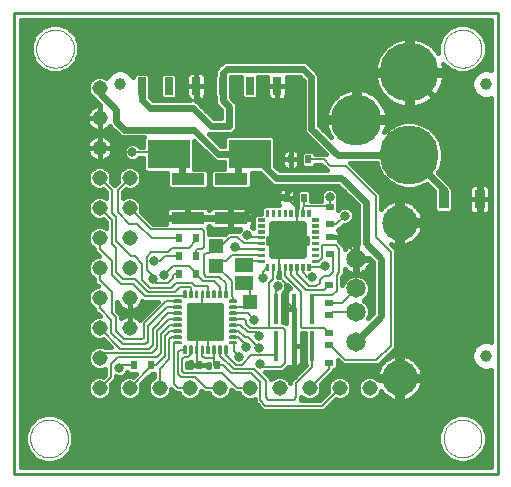
<source format=gtl>
G75*
%MOIN*%
%OFA0B0*%
%FSLAX24Y24*%
%IPPOS*%
%LPD*%
%AMOC8*
5,1,8,0,0,1.08239X$1,22.5*
%
%ADD10C,0.0100*%
%ADD11C,0.0000*%
%ADD12R,0.0197X0.0315*%
%ADD13R,0.0315X0.0197*%
%ADD14R,0.0335X0.0630*%
%ADD15C,0.0650*%
%ADD16C,0.1181*%
%ADD17R,0.1102X0.0394*%
%ADD18R,0.0630X0.0460*%
%ADD19C,0.0515*%
%ADD20R,0.0515X0.0515*%
%ADD21R,0.0157X0.1024*%
%ADD22C,0.0059*%
%ADD23C,0.0125*%
%ADD24C,0.0252*%
%ADD25C,0.0035*%
%ADD26R,0.0280X0.0591*%
%ADD27R,0.1417X0.0965*%
%ADD28C,0.0394*%
%ADD29C,0.1969*%
%ADD30C,0.1699*%
%ADD31C,0.0080*%
%ADD32C,0.0317*%
%ADD33C,0.0240*%
%ADD34C,0.0160*%
D10*
X000574Y000574D02*
X000574Y015928D01*
X016715Y015928D01*
X016715Y000574D01*
X000574Y000574D01*
D11*
X001125Y001755D02*
X001127Y001805D01*
X001133Y001855D01*
X001143Y001904D01*
X001157Y001952D01*
X001174Y001999D01*
X001195Y002044D01*
X001220Y002088D01*
X001248Y002129D01*
X001280Y002168D01*
X001314Y002205D01*
X001351Y002239D01*
X001391Y002269D01*
X001433Y002296D01*
X001477Y002320D01*
X001523Y002341D01*
X001570Y002357D01*
X001618Y002370D01*
X001668Y002379D01*
X001717Y002384D01*
X001768Y002385D01*
X001818Y002382D01*
X001867Y002375D01*
X001916Y002364D01*
X001964Y002349D01*
X002010Y002331D01*
X002055Y002309D01*
X002098Y002283D01*
X002139Y002254D01*
X002178Y002222D01*
X002214Y002187D01*
X002246Y002149D01*
X002276Y002109D01*
X002303Y002066D01*
X002326Y002022D01*
X002345Y001976D01*
X002361Y001928D01*
X002373Y001879D01*
X002381Y001830D01*
X002385Y001780D01*
X002385Y001730D01*
X002381Y001680D01*
X002373Y001631D01*
X002361Y001582D01*
X002345Y001534D01*
X002326Y001488D01*
X002303Y001444D01*
X002276Y001401D01*
X002246Y001361D01*
X002214Y001323D01*
X002178Y001288D01*
X002139Y001256D01*
X002098Y001227D01*
X002055Y001201D01*
X002010Y001179D01*
X001964Y001161D01*
X001916Y001146D01*
X001867Y001135D01*
X001818Y001128D01*
X001768Y001125D01*
X001717Y001126D01*
X001668Y001131D01*
X001618Y001140D01*
X001570Y001153D01*
X001523Y001169D01*
X001477Y001190D01*
X001433Y001214D01*
X001391Y001241D01*
X001351Y001271D01*
X001314Y001305D01*
X001280Y001342D01*
X001248Y001381D01*
X001220Y001422D01*
X001195Y001466D01*
X001174Y001511D01*
X001157Y001558D01*
X001143Y001606D01*
X001133Y001655D01*
X001127Y001705D01*
X001125Y001755D01*
X001322Y014747D02*
X001324Y014797D01*
X001330Y014847D01*
X001340Y014896D01*
X001354Y014944D01*
X001371Y014991D01*
X001392Y015036D01*
X001417Y015080D01*
X001445Y015121D01*
X001477Y015160D01*
X001511Y015197D01*
X001548Y015231D01*
X001588Y015261D01*
X001630Y015288D01*
X001674Y015312D01*
X001720Y015333D01*
X001767Y015349D01*
X001815Y015362D01*
X001865Y015371D01*
X001914Y015376D01*
X001965Y015377D01*
X002015Y015374D01*
X002064Y015367D01*
X002113Y015356D01*
X002161Y015341D01*
X002207Y015323D01*
X002252Y015301D01*
X002295Y015275D01*
X002336Y015246D01*
X002375Y015214D01*
X002411Y015179D01*
X002443Y015141D01*
X002473Y015101D01*
X002500Y015058D01*
X002523Y015014D01*
X002542Y014968D01*
X002558Y014920D01*
X002570Y014871D01*
X002578Y014822D01*
X002582Y014772D01*
X002582Y014722D01*
X002578Y014672D01*
X002570Y014623D01*
X002558Y014574D01*
X002542Y014526D01*
X002523Y014480D01*
X002500Y014436D01*
X002473Y014393D01*
X002443Y014353D01*
X002411Y014315D01*
X002375Y014280D01*
X002336Y014248D01*
X002295Y014219D01*
X002252Y014193D01*
X002207Y014171D01*
X002161Y014153D01*
X002113Y014138D01*
X002064Y014127D01*
X002015Y014120D01*
X001965Y014117D01*
X001914Y014118D01*
X001865Y014123D01*
X001815Y014132D01*
X001767Y014145D01*
X001720Y014161D01*
X001674Y014182D01*
X001630Y014206D01*
X001588Y014233D01*
X001548Y014263D01*
X001511Y014297D01*
X001477Y014334D01*
X001445Y014373D01*
X001417Y014414D01*
X001392Y014458D01*
X001371Y014503D01*
X001354Y014550D01*
X001340Y014598D01*
X001330Y014647D01*
X001324Y014697D01*
X001322Y014747D01*
X014904Y014747D02*
X014906Y014797D01*
X014912Y014847D01*
X014922Y014896D01*
X014936Y014944D01*
X014953Y014991D01*
X014974Y015036D01*
X014999Y015080D01*
X015027Y015121D01*
X015059Y015160D01*
X015093Y015197D01*
X015130Y015231D01*
X015170Y015261D01*
X015212Y015288D01*
X015256Y015312D01*
X015302Y015333D01*
X015349Y015349D01*
X015397Y015362D01*
X015447Y015371D01*
X015496Y015376D01*
X015547Y015377D01*
X015597Y015374D01*
X015646Y015367D01*
X015695Y015356D01*
X015743Y015341D01*
X015789Y015323D01*
X015834Y015301D01*
X015877Y015275D01*
X015918Y015246D01*
X015957Y015214D01*
X015993Y015179D01*
X016025Y015141D01*
X016055Y015101D01*
X016082Y015058D01*
X016105Y015014D01*
X016124Y014968D01*
X016140Y014920D01*
X016152Y014871D01*
X016160Y014822D01*
X016164Y014772D01*
X016164Y014722D01*
X016160Y014672D01*
X016152Y014623D01*
X016140Y014574D01*
X016124Y014526D01*
X016105Y014480D01*
X016082Y014436D01*
X016055Y014393D01*
X016025Y014353D01*
X015993Y014315D01*
X015957Y014280D01*
X015918Y014248D01*
X015877Y014219D01*
X015834Y014193D01*
X015789Y014171D01*
X015743Y014153D01*
X015695Y014138D01*
X015646Y014127D01*
X015597Y014120D01*
X015547Y014117D01*
X015496Y014118D01*
X015447Y014123D01*
X015397Y014132D01*
X015349Y014145D01*
X015302Y014161D01*
X015256Y014182D01*
X015212Y014206D01*
X015170Y014233D01*
X015130Y014263D01*
X015093Y014297D01*
X015059Y014334D01*
X015027Y014373D01*
X014999Y014414D01*
X014974Y014458D01*
X014953Y014503D01*
X014936Y014550D01*
X014922Y014598D01*
X014912Y014647D01*
X014906Y014697D01*
X014904Y014747D01*
X014904Y001755D02*
X014906Y001805D01*
X014912Y001855D01*
X014922Y001904D01*
X014936Y001952D01*
X014953Y001999D01*
X014974Y002044D01*
X014999Y002088D01*
X015027Y002129D01*
X015059Y002168D01*
X015093Y002205D01*
X015130Y002239D01*
X015170Y002269D01*
X015212Y002296D01*
X015256Y002320D01*
X015302Y002341D01*
X015349Y002357D01*
X015397Y002370D01*
X015447Y002379D01*
X015496Y002384D01*
X015547Y002385D01*
X015597Y002382D01*
X015646Y002375D01*
X015695Y002364D01*
X015743Y002349D01*
X015789Y002331D01*
X015834Y002309D01*
X015877Y002283D01*
X015918Y002254D01*
X015957Y002222D01*
X015993Y002187D01*
X016025Y002149D01*
X016055Y002109D01*
X016082Y002066D01*
X016105Y002022D01*
X016124Y001976D01*
X016140Y001928D01*
X016152Y001879D01*
X016160Y001830D01*
X016164Y001780D01*
X016164Y001730D01*
X016160Y001680D01*
X016152Y001631D01*
X016140Y001582D01*
X016124Y001534D01*
X016105Y001488D01*
X016082Y001444D01*
X016055Y001401D01*
X016025Y001361D01*
X015993Y001323D01*
X015957Y001288D01*
X015918Y001256D01*
X015877Y001227D01*
X015834Y001201D01*
X015789Y001179D01*
X015743Y001161D01*
X015695Y001146D01*
X015646Y001135D01*
X015597Y001128D01*
X015547Y001125D01*
X015496Y001126D01*
X015447Y001131D01*
X015397Y001140D01*
X015349Y001153D01*
X015302Y001169D01*
X015256Y001190D01*
X015212Y001214D01*
X015170Y001241D01*
X015130Y001271D01*
X015093Y001305D01*
X015059Y001342D01*
X015027Y001381D01*
X014999Y001422D01*
X014974Y001466D01*
X014953Y001511D01*
X014936Y001558D01*
X014922Y001606D01*
X014912Y001655D01*
X014906Y001705D01*
X014904Y001755D01*
D12*
X007352Y004212D03*
X006762Y004212D03*
X005162Y004212D03*
X004572Y004212D03*
X006072Y007222D03*
X006662Y007222D03*
X006662Y007822D03*
X006662Y008422D03*
X006072Y008422D03*
X006072Y007822D03*
X009672Y009767D03*
X010262Y009767D03*
X010394Y011056D03*
X009804Y011056D03*
D13*
X011102Y009482D03*
X011102Y008892D03*
X011102Y008482D03*
X011102Y007892D03*
X011082Y006872D03*
X011082Y006282D03*
X011082Y005872D03*
X011082Y005282D03*
X011082Y004872D03*
X011082Y004282D03*
D14*
X014902Y009733D03*
X016102Y009733D03*
D15*
X011979Y007739D03*
X011979Y006755D03*
X011979Y005967D03*
X011979Y004983D03*
D16*
X013443Y003774D03*
X013443Y008947D03*
D17*
X007813Y009104D03*
X007813Y010403D03*
X006379Y010405D03*
X006379Y009105D03*
D18*
X008266Y007526D03*
X008266Y006926D03*
D19*
X008436Y003436D03*
X007436Y003436D03*
X006436Y003436D03*
X005436Y003436D03*
X004436Y003436D03*
X003436Y003436D03*
X003436Y004436D03*
X003436Y005436D03*
X004436Y005436D03*
X004436Y006436D03*
X003436Y006436D03*
X003436Y007436D03*
X004436Y007436D03*
X004436Y008436D03*
X003436Y008436D03*
X003436Y009436D03*
X003436Y010436D03*
X004436Y010436D03*
X004436Y009436D03*
X003436Y011436D03*
X003436Y012436D03*
X003436Y013436D03*
X009436Y003436D03*
X010436Y003436D03*
X011436Y003436D03*
X012436Y003436D03*
D20*
X008456Y006296D03*
X007317Y007513D03*
X007317Y008175D03*
D21*
X009322Y006077D03*
X009912Y006077D03*
X010503Y006077D03*
X010503Y004827D03*
X009912Y004827D03*
X009322Y004827D03*
D22*
X008000Y004922D02*
X008000Y004982D01*
X008000Y004922D02*
X007782Y004922D01*
X007782Y004982D01*
X008000Y004982D01*
X008000Y004980D02*
X007782Y004980D01*
X008000Y005119D02*
X008000Y005179D01*
X008000Y005119D02*
X007782Y005119D01*
X007782Y005179D01*
X008000Y005179D01*
X008000Y005177D02*
X007782Y005177D01*
X008000Y005316D02*
X008000Y005376D01*
X008000Y005316D02*
X007782Y005316D01*
X007782Y005376D01*
X008000Y005376D01*
X008000Y005374D02*
X007782Y005374D01*
X008000Y005512D02*
X008000Y005572D01*
X008000Y005512D02*
X007782Y005512D01*
X007782Y005572D01*
X008000Y005572D01*
X008000Y005570D02*
X007782Y005570D01*
X008000Y005709D02*
X008000Y005769D01*
X008000Y005709D02*
X007782Y005709D01*
X007782Y005769D01*
X008000Y005769D01*
X008000Y005767D02*
X007782Y005767D01*
X008000Y005906D02*
X008000Y005966D01*
X008000Y005906D02*
X007782Y005906D01*
X007782Y005966D01*
X008000Y005966D01*
X008000Y005964D02*
X007782Y005964D01*
X008000Y006103D02*
X008000Y006163D01*
X008000Y006103D02*
X007782Y006103D01*
X007782Y006163D01*
X008000Y006163D01*
X008000Y006161D02*
X007782Y006161D01*
X008000Y006300D02*
X008000Y006360D01*
X008000Y006300D02*
X007782Y006300D01*
X007782Y006360D01*
X008000Y006360D01*
X008000Y006358D02*
X007782Y006358D01*
X007685Y006457D02*
X007685Y006675D01*
X007685Y006457D02*
X007625Y006457D01*
X007625Y006675D01*
X007685Y006675D01*
X007685Y006515D02*
X007625Y006515D01*
X007625Y006573D02*
X007685Y006573D01*
X007685Y006631D02*
X007625Y006631D01*
X007488Y006675D02*
X007488Y006457D01*
X007428Y006457D01*
X007428Y006675D01*
X007488Y006675D01*
X007488Y006515D02*
X007428Y006515D01*
X007428Y006573D02*
X007488Y006573D01*
X007488Y006631D02*
X007428Y006631D01*
X007291Y006675D02*
X007291Y006457D01*
X007231Y006457D01*
X007231Y006675D01*
X007291Y006675D01*
X007291Y006515D02*
X007231Y006515D01*
X007231Y006573D02*
X007291Y006573D01*
X007291Y006631D02*
X007231Y006631D01*
X007094Y006675D02*
X007094Y006457D01*
X007034Y006457D01*
X007034Y006675D01*
X007094Y006675D01*
X007094Y006515D02*
X007034Y006515D01*
X007034Y006573D02*
X007094Y006573D01*
X007094Y006631D02*
X007034Y006631D01*
X006897Y006675D02*
X006897Y006457D01*
X006837Y006457D01*
X006837Y006675D01*
X006897Y006675D01*
X006897Y006515D02*
X006837Y006515D01*
X006837Y006573D02*
X006897Y006573D01*
X006897Y006631D02*
X006837Y006631D01*
X006701Y006675D02*
X006701Y006457D01*
X006641Y006457D01*
X006641Y006675D01*
X006701Y006675D01*
X006701Y006515D02*
X006641Y006515D01*
X006641Y006573D02*
X006701Y006573D01*
X006701Y006631D02*
X006641Y006631D01*
X006504Y006675D02*
X006504Y006457D01*
X006444Y006457D01*
X006444Y006675D01*
X006504Y006675D01*
X006504Y006515D02*
X006444Y006515D01*
X006444Y006573D02*
X006504Y006573D01*
X006504Y006631D02*
X006444Y006631D01*
X006307Y006675D02*
X006307Y006457D01*
X006247Y006457D01*
X006247Y006675D01*
X006307Y006675D01*
X006307Y006515D02*
X006247Y006515D01*
X006247Y006573D02*
X006307Y006573D01*
X006307Y006631D02*
X006247Y006631D01*
X006150Y006360D02*
X006150Y006300D01*
X005932Y006300D01*
X005932Y006360D01*
X006150Y006360D01*
X006150Y006358D02*
X005932Y006358D01*
X006150Y006163D02*
X006150Y006103D01*
X005932Y006103D01*
X005932Y006163D01*
X006150Y006163D01*
X006150Y006161D02*
X005932Y006161D01*
X006150Y005966D02*
X006150Y005906D01*
X005932Y005906D01*
X005932Y005966D01*
X006150Y005966D01*
X006150Y005964D02*
X005932Y005964D01*
X006150Y005769D02*
X006150Y005709D01*
X005932Y005709D01*
X005932Y005769D01*
X006150Y005769D01*
X006150Y005767D02*
X005932Y005767D01*
X006150Y005572D02*
X006150Y005512D01*
X005932Y005512D01*
X005932Y005572D01*
X006150Y005572D01*
X006150Y005570D02*
X005932Y005570D01*
X006150Y005376D02*
X006150Y005316D01*
X005932Y005316D01*
X005932Y005376D01*
X006150Y005376D01*
X006150Y005374D02*
X005932Y005374D01*
X006150Y005179D02*
X006150Y005119D01*
X005932Y005119D01*
X005932Y005179D01*
X006150Y005179D01*
X006150Y005177D02*
X005932Y005177D01*
X006150Y004982D02*
X006150Y004922D01*
X005932Y004922D01*
X005932Y004982D01*
X006150Y004982D01*
X006150Y004980D02*
X005932Y004980D01*
X006307Y004825D02*
X006307Y004607D01*
X006247Y004607D01*
X006247Y004825D01*
X006307Y004825D01*
X006307Y004665D02*
X006247Y004665D01*
X006247Y004723D02*
X006307Y004723D01*
X006307Y004781D02*
X006247Y004781D01*
X006504Y004825D02*
X006504Y004607D01*
X006444Y004607D01*
X006444Y004825D01*
X006504Y004825D01*
X006504Y004665D02*
X006444Y004665D01*
X006444Y004723D02*
X006504Y004723D01*
X006504Y004781D02*
X006444Y004781D01*
X006701Y004825D02*
X006701Y004607D01*
X006641Y004607D01*
X006641Y004825D01*
X006701Y004825D01*
X006701Y004665D02*
X006641Y004665D01*
X006641Y004723D02*
X006701Y004723D01*
X006701Y004781D02*
X006641Y004781D01*
X006897Y004825D02*
X006897Y004607D01*
X006837Y004607D01*
X006837Y004825D01*
X006897Y004825D01*
X006897Y004665D02*
X006837Y004665D01*
X006837Y004723D02*
X006897Y004723D01*
X006897Y004781D02*
X006837Y004781D01*
X007094Y004825D02*
X007094Y004607D01*
X007034Y004607D01*
X007034Y004825D01*
X007094Y004825D01*
X007094Y004665D02*
X007034Y004665D01*
X007034Y004723D02*
X007094Y004723D01*
X007094Y004781D02*
X007034Y004781D01*
X007291Y004825D02*
X007291Y004607D01*
X007231Y004607D01*
X007231Y004825D01*
X007291Y004825D01*
X007291Y004665D02*
X007231Y004665D01*
X007231Y004723D02*
X007291Y004723D01*
X007291Y004781D02*
X007231Y004781D01*
X007488Y004825D02*
X007488Y004607D01*
X007428Y004607D01*
X007428Y004825D01*
X007488Y004825D01*
X007488Y004665D02*
X007428Y004665D01*
X007428Y004723D02*
X007488Y004723D01*
X007488Y004781D02*
X007428Y004781D01*
X007685Y004825D02*
X007685Y004607D01*
X007625Y004607D01*
X007625Y004825D01*
X007685Y004825D01*
X007685Y004665D02*
X007625Y004665D01*
X007625Y004723D02*
X007685Y004723D01*
X007685Y004781D02*
X007625Y004781D01*
D23*
X007529Y005078D02*
X007529Y006204D01*
X007529Y005078D02*
X006403Y005078D01*
X006403Y006204D01*
X007529Y006204D01*
X007529Y005202D02*
X006403Y005202D01*
X006403Y005326D02*
X007529Y005326D01*
X007529Y005450D02*
X006403Y005450D01*
X006403Y005574D02*
X007529Y005574D01*
X007529Y005698D02*
X006403Y005698D01*
X006403Y005822D02*
X007529Y005822D01*
X007529Y005946D02*
X006403Y005946D01*
X006403Y006070D02*
X007529Y006070D01*
X007529Y006194D02*
X006403Y006194D01*
D24*
X009207Y007862D02*
X009207Y008870D01*
X010215Y008870D01*
X010215Y007862D01*
X009207Y007862D01*
X009207Y008113D02*
X010215Y008113D01*
X010215Y008364D02*
X009207Y008364D01*
X009207Y008615D02*
X010215Y008615D01*
X010215Y008866D02*
X009207Y008866D01*
D25*
X008906Y008816D02*
X008704Y008816D01*
X008704Y008900D01*
X008906Y008900D01*
X008906Y008816D01*
X008906Y008850D02*
X008704Y008850D01*
X008704Y008884D02*
X008906Y008884D01*
X008906Y009013D02*
X008704Y009013D01*
X008704Y009097D01*
X008906Y009097D01*
X008906Y009013D01*
X008906Y009047D02*
X008704Y009047D01*
X008704Y009081D02*
X008906Y009081D01*
X008980Y009170D02*
X008980Y009372D01*
X009064Y009372D01*
X009064Y009170D01*
X008980Y009170D01*
X008980Y009204D02*
X009064Y009204D01*
X009064Y009238D02*
X008980Y009238D01*
X008980Y009272D02*
X009064Y009272D01*
X009064Y009306D02*
X008980Y009306D01*
X008980Y009340D02*
X009064Y009340D01*
X009177Y009372D02*
X009177Y009170D01*
X009177Y009372D02*
X009261Y009372D01*
X009261Y009170D01*
X009177Y009170D01*
X009177Y009204D02*
X009261Y009204D01*
X009261Y009238D02*
X009177Y009238D01*
X009177Y009272D02*
X009261Y009272D01*
X009261Y009306D02*
X009177Y009306D01*
X009177Y009340D02*
X009261Y009340D01*
X009374Y009372D02*
X009374Y009170D01*
X009374Y009372D02*
X009458Y009372D01*
X009458Y009170D01*
X009374Y009170D01*
X009374Y009204D02*
X009458Y009204D01*
X009458Y009238D02*
X009374Y009238D01*
X009374Y009272D02*
X009458Y009272D01*
X009458Y009306D02*
X009374Y009306D01*
X009374Y009340D02*
X009458Y009340D01*
X009570Y009372D02*
X009570Y009170D01*
X009570Y009372D02*
X009654Y009372D01*
X009654Y009170D01*
X009570Y009170D01*
X009570Y009204D02*
X009654Y009204D01*
X009654Y009238D02*
X009570Y009238D01*
X009570Y009272D02*
X009654Y009272D01*
X009654Y009306D02*
X009570Y009306D01*
X009570Y009340D02*
X009654Y009340D01*
X009767Y009372D02*
X009767Y009170D01*
X009767Y009372D02*
X009851Y009372D01*
X009851Y009170D01*
X009767Y009170D01*
X009767Y009204D02*
X009851Y009204D01*
X009851Y009238D02*
X009767Y009238D01*
X009767Y009272D02*
X009851Y009272D01*
X009851Y009306D02*
X009767Y009306D01*
X009767Y009340D02*
X009851Y009340D01*
X009964Y009372D02*
X009964Y009170D01*
X009964Y009372D02*
X010048Y009372D01*
X010048Y009170D01*
X009964Y009170D01*
X009964Y009204D02*
X010048Y009204D01*
X010048Y009238D02*
X009964Y009238D01*
X009964Y009272D02*
X010048Y009272D01*
X010048Y009306D02*
X009964Y009306D01*
X009964Y009340D02*
X010048Y009340D01*
X010161Y009372D02*
X010161Y009170D01*
X010161Y009372D02*
X010245Y009372D01*
X010245Y009170D01*
X010161Y009170D01*
X010161Y009204D02*
X010245Y009204D01*
X010245Y009238D02*
X010161Y009238D01*
X010161Y009272D02*
X010245Y009272D01*
X010245Y009306D02*
X010161Y009306D01*
X010161Y009340D02*
X010245Y009340D01*
X010358Y009372D02*
X010358Y009170D01*
X010358Y009372D02*
X010442Y009372D01*
X010442Y009170D01*
X010358Y009170D01*
X010358Y009204D02*
X010442Y009204D01*
X010442Y009238D02*
X010358Y009238D01*
X010358Y009272D02*
X010442Y009272D01*
X010442Y009306D02*
X010358Y009306D01*
X010358Y009340D02*
X010442Y009340D01*
X010515Y009097D02*
X010717Y009097D01*
X010717Y009013D01*
X010515Y009013D01*
X010515Y009097D01*
X010515Y009047D02*
X010717Y009047D01*
X010717Y009081D02*
X010515Y009081D01*
X010515Y008900D02*
X010717Y008900D01*
X010717Y008816D01*
X010515Y008816D01*
X010515Y008900D01*
X010515Y008850D02*
X010717Y008850D01*
X010717Y008884D02*
X010515Y008884D01*
X010515Y008703D02*
X010717Y008703D01*
X010717Y008619D01*
X010515Y008619D01*
X010515Y008703D01*
X010515Y008653D02*
X010717Y008653D01*
X010717Y008687D02*
X010515Y008687D01*
X010515Y008506D02*
X010717Y008506D01*
X010717Y008422D01*
X010515Y008422D01*
X010515Y008506D01*
X010515Y008456D02*
X010717Y008456D01*
X010717Y008490D02*
X010515Y008490D01*
X010515Y008309D02*
X010717Y008309D01*
X010717Y008225D01*
X010515Y008225D01*
X010515Y008309D01*
X010515Y008259D02*
X010717Y008259D01*
X010717Y008293D02*
X010515Y008293D01*
X010515Y008113D02*
X010717Y008113D01*
X010717Y008029D01*
X010515Y008029D01*
X010515Y008113D01*
X010515Y008063D02*
X010717Y008063D01*
X010717Y008097D02*
X010515Y008097D01*
X010515Y007916D02*
X010717Y007916D01*
X010717Y007832D01*
X010515Y007832D01*
X010515Y007916D01*
X010515Y007866D02*
X010717Y007866D01*
X010717Y007900D02*
X010515Y007900D01*
X010515Y007719D02*
X010717Y007719D01*
X010717Y007635D01*
X010515Y007635D01*
X010515Y007719D01*
X010515Y007669D02*
X010717Y007669D01*
X010717Y007703D02*
X010515Y007703D01*
X010442Y007561D02*
X010442Y007359D01*
X010358Y007359D01*
X010358Y007561D01*
X010442Y007561D01*
X010442Y007393D02*
X010358Y007393D01*
X010358Y007427D02*
X010442Y007427D01*
X010442Y007461D02*
X010358Y007461D01*
X010358Y007495D02*
X010442Y007495D01*
X010442Y007529D02*
X010358Y007529D01*
X010245Y007561D02*
X010245Y007359D01*
X010161Y007359D01*
X010161Y007561D01*
X010245Y007561D01*
X010245Y007393D02*
X010161Y007393D01*
X010161Y007427D02*
X010245Y007427D01*
X010245Y007461D02*
X010161Y007461D01*
X010161Y007495D02*
X010245Y007495D01*
X010245Y007529D02*
X010161Y007529D01*
X010048Y007561D02*
X010048Y007359D01*
X009964Y007359D01*
X009964Y007561D01*
X010048Y007561D01*
X010048Y007393D02*
X009964Y007393D01*
X009964Y007427D02*
X010048Y007427D01*
X010048Y007461D02*
X009964Y007461D01*
X009964Y007495D02*
X010048Y007495D01*
X010048Y007529D02*
X009964Y007529D01*
X009851Y007561D02*
X009851Y007359D01*
X009767Y007359D01*
X009767Y007561D01*
X009851Y007561D01*
X009851Y007393D02*
X009767Y007393D01*
X009767Y007427D02*
X009851Y007427D01*
X009851Y007461D02*
X009767Y007461D01*
X009767Y007495D02*
X009851Y007495D01*
X009851Y007529D02*
X009767Y007529D01*
X009654Y007561D02*
X009654Y007359D01*
X009570Y007359D01*
X009570Y007561D01*
X009654Y007561D01*
X009654Y007393D02*
X009570Y007393D01*
X009570Y007427D02*
X009654Y007427D01*
X009654Y007461D02*
X009570Y007461D01*
X009570Y007495D02*
X009654Y007495D01*
X009654Y007529D02*
X009570Y007529D01*
X009458Y007561D02*
X009458Y007359D01*
X009374Y007359D01*
X009374Y007561D01*
X009458Y007561D01*
X009458Y007393D02*
X009374Y007393D01*
X009374Y007427D02*
X009458Y007427D01*
X009458Y007461D02*
X009374Y007461D01*
X009374Y007495D02*
X009458Y007495D01*
X009458Y007529D02*
X009374Y007529D01*
X009261Y007561D02*
X009261Y007359D01*
X009177Y007359D01*
X009177Y007561D01*
X009261Y007561D01*
X009261Y007393D02*
X009177Y007393D01*
X009177Y007427D02*
X009261Y007427D01*
X009261Y007461D02*
X009177Y007461D01*
X009177Y007495D02*
X009261Y007495D01*
X009261Y007529D02*
X009177Y007529D01*
X009064Y007561D02*
X009064Y007359D01*
X008980Y007359D01*
X008980Y007561D01*
X009064Y007561D01*
X009064Y007393D02*
X008980Y007393D01*
X008980Y007427D02*
X009064Y007427D01*
X009064Y007461D02*
X008980Y007461D01*
X008980Y007495D02*
X009064Y007495D01*
X009064Y007529D02*
X008980Y007529D01*
X008906Y007635D02*
X008704Y007635D01*
X008704Y007719D01*
X008906Y007719D01*
X008906Y007635D01*
X008906Y007669D02*
X008704Y007669D01*
X008704Y007703D02*
X008906Y007703D01*
X008906Y007832D02*
X008704Y007832D01*
X008704Y007916D01*
X008906Y007916D01*
X008906Y007832D01*
X008906Y007866D02*
X008704Y007866D01*
X008704Y007900D02*
X008906Y007900D01*
X008906Y008029D02*
X008704Y008029D01*
X008704Y008113D01*
X008906Y008113D01*
X008906Y008029D01*
X008906Y008063D02*
X008704Y008063D01*
X008704Y008097D02*
X008906Y008097D01*
X008906Y008225D02*
X008704Y008225D01*
X008704Y008309D01*
X008906Y008309D01*
X008906Y008225D01*
X008906Y008259D02*
X008704Y008259D01*
X008704Y008293D02*
X008906Y008293D01*
X008906Y008422D02*
X008704Y008422D01*
X008704Y008506D01*
X008906Y008506D01*
X008906Y008422D01*
X008906Y008456D02*
X008704Y008456D01*
X008704Y008490D02*
X008906Y008490D01*
X008906Y008619D02*
X008704Y008619D01*
X008704Y008703D01*
X008906Y008703D01*
X008906Y008619D01*
X008906Y008653D02*
X008704Y008653D01*
X008704Y008687D02*
X008906Y008687D01*
D26*
X009351Y013497D03*
X008446Y013497D03*
X007540Y013497D03*
X006651Y013497D03*
X005746Y013497D03*
X004840Y013497D03*
D27*
X005746Y011243D03*
X008446Y011243D03*
D28*
X004117Y013566D03*
X016322Y013566D03*
X016322Y004511D03*
D29*
X013763Y011204D03*
X013763Y013960D03*
D30*
X011991Y012385D03*
D31*
X010908Y011056D02*
X011134Y010830D01*
X011659Y010830D01*
X012654Y009835D01*
X012654Y008469D01*
X013139Y007984D01*
X013139Y004849D01*
X012662Y004372D01*
X011627Y004372D01*
X011127Y004872D01*
X011082Y004872D01*
X011082Y005282D02*
X010922Y005442D01*
X010182Y005442D01*
X010137Y005487D01*
X010137Y006647D01*
X009612Y007172D01*
X009612Y007460D01*
X009416Y007460D02*
X009416Y007164D01*
X009632Y006947D01*
X009632Y006357D01*
X009912Y006077D01*
X009912Y004827D01*
X010503Y004827D02*
X010503Y004123D01*
X009977Y003597D01*
X009977Y003127D01*
X009902Y003052D01*
X009057Y003052D01*
X008987Y003122D01*
X008987Y003682D01*
X008597Y004072D01*
X007902Y004072D01*
X007458Y004516D01*
X007458Y004716D01*
X007261Y004716D02*
X007261Y004432D01*
X006947Y004432D01*
X006867Y004512D01*
X006867Y004716D01*
X006671Y004716D02*
X006671Y004338D01*
X006745Y004263D01*
X006762Y004212D01*
X006437Y004212D01*
X006447Y004212D01*
X006382Y004467D02*
X006237Y004467D01*
X006187Y004417D01*
X006187Y004002D01*
X006247Y003942D01*
X007522Y003942D01*
X008027Y003437D01*
X008435Y003437D01*
X008436Y003436D01*
X008797Y003632D02*
X008797Y003022D01*
X008967Y002852D01*
X010852Y002852D01*
X011436Y003436D01*
X011082Y004082D02*
X010436Y003436D01*
X011082Y004082D02*
X011082Y004282D01*
X009621Y004278D02*
X009483Y004140D01*
X008912Y004140D01*
X008800Y004252D01*
X008492Y004522D02*
X008182Y004212D01*
X007982Y004212D01*
X007655Y004540D01*
X007655Y004716D01*
X007902Y004672D02*
X008087Y004487D01*
X007902Y004672D02*
X007902Y004947D01*
X007897Y004952D01*
X007891Y004952D01*
X007891Y005149D02*
X008051Y005149D01*
X008312Y004887D01*
X008312Y004812D01*
X008277Y005132D02*
X008397Y005132D01*
X008742Y004787D01*
X008492Y004522D02*
X009322Y004522D01*
X009322Y004827D01*
X009322Y004522D02*
X009322Y004382D01*
X009621Y004278D02*
X009621Y005374D01*
X009553Y005442D01*
X009082Y005442D01*
X009082Y006922D01*
X009219Y007059D01*
X009219Y007460D01*
X009416Y007460D02*
X009416Y008366D01*
X009711Y008366D01*
X010006Y008366D01*
X010006Y009271D01*
X010006Y009433D01*
X009672Y009767D01*
X009672Y009837D01*
X009947Y010112D01*
X011312Y010112D01*
X011979Y009446D01*
X011979Y007739D01*
X011979Y007891D01*
X011387Y008482D01*
X011102Y008482D01*
X011312Y008197D02*
X010867Y008197D01*
X010837Y008167D01*
X010837Y007767D01*
X010747Y007677D01*
X010616Y007677D01*
X010400Y007460D02*
X010910Y007460D01*
X010947Y007497D01*
X010922Y007182D02*
X011087Y007182D01*
X011217Y007312D01*
X011217Y007892D01*
X011102Y007892D01*
X011312Y008197D02*
X011432Y008077D01*
X011432Y007307D01*
X011342Y007217D01*
X011342Y006672D01*
X011192Y006522D01*
X010503Y006522D01*
X010503Y006077D01*
X010503Y006392D01*
X010312Y006692D02*
X010902Y006692D01*
X011082Y006872D01*
X010777Y006942D02*
X010667Y006832D01*
X010422Y006832D01*
X010006Y007248D01*
X010006Y007460D01*
X009809Y007460D02*
X009809Y007195D01*
X010312Y006692D01*
X010777Y006942D02*
X010777Y007037D01*
X010922Y007182D01*
X010507Y007132D02*
X010367Y007132D01*
X010203Y007296D01*
X010203Y007460D01*
X009372Y006832D02*
X009322Y006782D01*
X009322Y006077D01*
X009082Y005442D02*
X008457Y005442D01*
X008317Y005582D01*
X008317Y005672D01*
X008250Y005739D01*
X007891Y005739D01*
X007891Y005936D02*
X008368Y005936D01*
X008587Y005717D01*
X008652Y005292D02*
X008382Y005292D01*
X008132Y005542D01*
X007891Y005542D01*
X007891Y005346D02*
X008064Y005346D01*
X008277Y005132D01*
X008652Y005292D02*
X008767Y005177D01*
X008293Y006133D02*
X007891Y006133D01*
X007891Y006330D02*
X007891Y006438D01*
X007837Y006492D01*
X007837Y006993D01*
X007317Y007513D01*
X007486Y007682D01*
X007647Y007682D01*
X007842Y007877D01*
X008802Y007877D01*
X008805Y007874D01*
X008805Y008071D02*
X008034Y008071D01*
X007962Y008142D01*
X008237Y008267D02*
X008022Y008482D01*
X007797Y008482D01*
X007490Y008175D01*
X007317Y008175D01*
X007079Y007937D01*
X006982Y007937D01*
X006907Y007862D01*
X006907Y007222D01*
X006977Y007152D01*
X007432Y007152D01*
X007655Y006930D01*
X007655Y006566D01*
X007458Y006566D02*
X007458Y006796D01*
X007262Y006992D01*
X006892Y006992D01*
X006662Y007222D01*
X006662Y007277D01*
X006427Y007512D01*
X005877Y007512D01*
X005577Y007212D01*
X005722Y006947D02*
X005327Y006947D01*
X005212Y007062D01*
X005212Y007167D01*
X005002Y007377D01*
X005002Y007817D01*
X005147Y007962D01*
X005712Y007962D01*
X005867Y008117D01*
X006402Y008117D01*
X006662Y008377D01*
X006662Y008422D01*
X006662Y008382D01*
X006907Y008127D02*
X006907Y008667D01*
X006837Y008737D01*
X005135Y008737D01*
X004436Y009436D01*
X004037Y009297D02*
X004427Y008907D01*
X004692Y008907D01*
X005177Y008422D01*
X006072Y008422D01*
X006072Y007822D02*
X005602Y007822D01*
X005462Y007682D01*
X005262Y007682D01*
X004862Y007587D02*
X004862Y007042D01*
X005132Y006772D01*
X005807Y006772D01*
X005982Y006947D01*
X006512Y006947D01*
X006607Y006852D01*
X007017Y006852D01*
X007064Y006805D01*
X007064Y006566D01*
X006867Y006566D02*
X006867Y005641D01*
X006966Y005641D01*
X006671Y005641D01*
X006671Y004716D01*
X006474Y004716D02*
X006474Y004559D01*
X006382Y004467D01*
X006277Y004716D02*
X006111Y004716D01*
X006042Y004647D01*
X006042Y003907D01*
X006147Y003802D01*
X006622Y003802D01*
X006989Y003436D01*
X007436Y003436D01*
X007817Y003932D02*
X008497Y003932D01*
X008797Y003632D01*
X007817Y003932D02*
X007537Y004212D01*
X007352Y004212D01*
X007261Y004212D01*
X007261Y004432D01*
X007064Y004716D02*
X007064Y005641D01*
X006966Y005641D01*
X006041Y005739D02*
X005754Y005739D01*
X005342Y005327D01*
X005342Y004757D01*
X005197Y004612D01*
X003612Y004612D01*
X003436Y004436D01*
X003802Y004232D02*
X003802Y003802D01*
X003436Y003436D01*
X004092Y004102D02*
X004202Y004212D01*
X004572Y004212D01*
X004042Y004472D02*
X003802Y004232D01*
X004042Y004472D02*
X005362Y004472D01*
X005482Y004592D01*
X005482Y005247D01*
X005777Y005542D01*
X006041Y005542D01*
X006041Y005346D02*
X005801Y005346D01*
X005622Y005167D01*
X005622Y004502D01*
X005332Y004212D01*
X005162Y004212D01*
X005162Y004162D01*
X004436Y003436D01*
X005436Y003436D02*
X005436Y004076D01*
X005762Y004402D01*
X005762Y005062D01*
X005849Y005149D01*
X006041Y005149D01*
X006041Y004952D02*
X005902Y004952D01*
X005902Y003587D01*
X006054Y003436D01*
X006436Y003436D01*
X005097Y004752D02*
X005202Y004857D01*
X005202Y005412D01*
X005726Y005936D01*
X006041Y005936D01*
X006041Y006133D02*
X005698Y006133D01*
X005062Y005497D01*
X005062Y004987D01*
X004967Y004892D01*
X004222Y004892D01*
X003827Y005287D01*
X003827Y005697D01*
X003436Y006089D01*
X003436Y006436D01*
X003837Y006627D02*
X003837Y005937D01*
X003972Y005802D01*
X003972Y005352D01*
X004267Y005057D01*
X004857Y005057D01*
X004912Y005112D01*
X004912Y005597D01*
X005645Y006330D01*
X006041Y006330D01*
X006277Y006492D02*
X006277Y006566D01*
X006277Y006492D02*
X004942Y006492D01*
X004542Y006892D01*
X004147Y006892D01*
X003837Y007202D01*
X003837Y007677D01*
X003436Y008079D01*
X003436Y008436D01*
X003837Y008252D02*
X003977Y008112D01*
X003977Y007307D01*
X004227Y007057D01*
X004612Y007057D01*
X005037Y006632D01*
X005947Y006632D01*
X006122Y006807D01*
X006437Y006807D01*
X006474Y006771D01*
X006474Y006566D01*
X006072Y007222D02*
X005927Y007222D01*
X005877Y007172D01*
X005877Y007102D01*
X005722Y006947D01*
X004862Y007587D02*
X004627Y007822D01*
X004492Y007822D01*
X003977Y008337D01*
X003977Y009127D01*
X003837Y009267D01*
X003837Y010035D01*
X003436Y010436D01*
X004037Y010037D02*
X004436Y010436D01*
X004037Y010037D02*
X004037Y009297D01*
X003837Y009035D02*
X003837Y008252D01*
X003436Y007436D02*
X003436Y007029D01*
X003837Y006627D01*
X004436Y006436D02*
X004436Y005436D01*
X004120Y004752D02*
X005097Y004752D01*
X004120Y004752D02*
X003436Y005436D01*
X006662Y007822D02*
X006662Y008022D01*
X006722Y008082D01*
X006862Y008082D01*
X006907Y008127D01*
X008237Y008267D02*
X008805Y008267D01*
X008805Y008464D02*
X008445Y008464D01*
X008367Y008542D01*
X008417Y007677D02*
X008266Y007526D01*
X008417Y007677D02*
X008805Y007677D01*
X009022Y007460D02*
X008877Y007316D01*
X008877Y007117D01*
X008456Y006736D02*
X008266Y006926D01*
X008456Y006736D02*
X008456Y006296D01*
X008293Y006133D01*
X011082Y006282D02*
X011506Y006282D01*
X011979Y006755D01*
X011979Y005967D02*
X011177Y005967D01*
X011082Y005872D01*
X011102Y008892D02*
X011332Y008892D01*
X011617Y009177D01*
X011222Y008892D02*
X011102Y008892D01*
X011102Y009482D02*
X011102Y009802D01*
X011087Y009497D02*
X011102Y009482D01*
X011087Y009497D02*
X010262Y009497D01*
X010262Y009767D01*
X010247Y009497D02*
X010262Y009497D01*
X010247Y009497D02*
X010202Y009452D01*
X010202Y009271D01*
X010203Y009271D01*
X010394Y011056D02*
X010908Y011056D01*
X009804Y011056D02*
X009804Y012181D01*
X009377Y012607D01*
X009377Y013497D01*
X009351Y013497D01*
X007277Y012622D02*
X006748Y013151D01*
X006748Y013400D01*
X006651Y013497D01*
X006657Y013497D01*
X007277Y012622D02*
X007277Y012607D01*
X005746Y011243D02*
X005691Y011297D01*
X004534Y011297D01*
X005352Y011243D02*
X005746Y011243D01*
X003837Y009035D02*
X003436Y009436D01*
D32*
X004534Y011297D03*
X007277Y012607D03*
X009377Y012607D03*
X011102Y009802D03*
X011617Y009177D03*
X010947Y007497D03*
X010507Y007132D03*
X009372Y006832D03*
X008877Y007117D03*
X007962Y008142D03*
X008367Y008542D03*
X005577Y007212D03*
X005212Y007062D03*
X005262Y007682D03*
X008312Y004812D03*
X008087Y004487D03*
X008742Y004787D03*
X008767Y005177D03*
X008587Y005717D03*
X008800Y004252D03*
X006447Y004212D03*
X004092Y004102D03*
D33*
X006380Y009104D02*
X007813Y009104D01*
X008144Y009104D01*
X008837Y009797D01*
X009642Y009797D01*
X009672Y009767D01*
X009331Y010437D02*
X008525Y011243D01*
X008446Y011243D01*
X008063Y011243D01*
X008063Y010403D01*
X007813Y010403D01*
X007384Y011243D02*
X006578Y012048D01*
X004256Y012048D01*
X003981Y012323D01*
X003981Y012718D01*
X003436Y013263D01*
X003436Y013436D01*
X004840Y013497D02*
X004840Y013044D01*
X005117Y012767D01*
X006544Y012767D01*
X007149Y012162D01*
X007752Y012162D01*
X007752Y012817D01*
X007540Y013029D01*
X007540Y013215D01*
X007540Y013497D01*
X007540Y013938D01*
X007683Y014080D01*
X010205Y014080D01*
X010496Y013789D01*
X010496Y012083D01*
X011376Y011204D01*
X013763Y011204D01*
X014902Y010065D01*
X014902Y009733D01*
X015862Y008947D02*
X016102Y009187D01*
X016102Y009733D01*
X016102Y011620D01*
X013763Y013960D01*
X011498Y010437D02*
X009331Y010437D01*
X008446Y011243D02*
X007384Y011243D01*
X006379Y010405D02*
X006191Y010405D01*
X006191Y011243D01*
X005746Y011243D01*
X006246Y010405D02*
X006379Y010405D01*
X006379Y009105D02*
X006380Y009104D01*
X011498Y010437D02*
X012302Y009632D01*
X012302Y008263D01*
X012817Y007748D01*
X012817Y005822D01*
X011979Y004983D01*
X013443Y008947D02*
X015862Y008947D01*
D34*
X015911Y009238D02*
X016099Y009238D01*
X016099Y009729D01*
X016106Y009729D01*
X016106Y009238D01*
X016293Y009238D01*
X016339Y009250D01*
X016380Y009274D01*
X016414Y009307D01*
X016438Y009348D01*
X016450Y009394D01*
X016450Y009729D01*
X016106Y009729D01*
X016106Y009736D01*
X016450Y009736D01*
X016450Y010071D01*
X016438Y010117D01*
X016414Y010158D01*
X016380Y010192D01*
X016339Y010215D01*
X016293Y010228D01*
X016106Y010228D01*
X016106Y009736D01*
X016099Y009736D01*
X016099Y009729D01*
X015755Y009729D01*
X015755Y009394D01*
X015767Y009348D01*
X015791Y009307D01*
X015825Y009274D01*
X015866Y009250D01*
X015911Y009238D01*
X015765Y009358D02*
X015207Y009358D01*
X015209Y009360D02*
X015209Y010106D01*
X015136Y010179D01*
X015122Y010212D01*
X014720Y010614D01*
X014810Y010770D01*
X014887Y011056D01*
X014887Y011352D01*
X014810Y011638D01*
X014662Y011894D01*
X014453Y012103D01*
X014197Y012251D01*
X013911Y012328D01*
X013615Y012328D01*
X013329Y012251D01*
X013072Y012103D01*
X012929Y011960D01*
X012944Y011990D01*
X012982Y012099D01*
X013008Y012212D01*
X013018Y012305D01*
X012071Y012305D01*
X012071Y012465D01*
X011911Y012465D01*
X011911Y013412D01*
X011818Y013401D01*
X011706Y013376D01*
X011596Y013337D01*
X011492Y013287D01*
X011394Y013226D01*
X011304Y013154D01*
X011222Y013072D01*
X011150Y012981D01*
X011088Y012884D01*
X011038Y012779D01*
X011000Y012670D01*
X010974Y012557D01*
X010964Y012465D01*
X011911Y012465D01*
X011911Y012305D01*
X010964Y012305D01*
X010974Y012212D01*
X011000Y012099D01*
X011038Y011990D01*
X011088Y011886D01*
X011135Y011812D01*
X010756Y012191D01*
X010756Y013841D01*
X010716Y013937D01*
X010425Y014228D01*
X010352Y014301D01*
X010257Y014340D01*
X007631Y014340D01*
X007536Y014301D01*
X007393Y014158D01*
X007320Y014085D01*
X007280Y013990D01*
X007280Y013870D01*
X007261Y013850D01*
X007261Y013143D01*
X007280Y013124D01*
X007280Y012977D01*
X007320Y012882D01*
X007492Y012710D01*
X007492Y012422D01*
X007257Y012422D01*
X006691Y012988D01*
X006610Y013021D01*
X006651Y013021D01*
X006651Y013497D01*
X006651Y013497D01*
X006332Y013497D01*
X006332Y013816D01*
X006344Y013861D01*
X006368Y013902D01*
X006401Y013936D01*
X006442Y013960D01*
X006488Y013972D01*
X006651Y013972D01*
X006651Y013497D01*
X006651Y013497D01*
X006332Y013497D01*
X006332Y013178D01*
X006344Y013132D01*
X006368Y013091D01*
X006401Y013057D01*
X006442Y013034D01*
X006466Y013027D01*
X005225Y013027D01*
X005114Y013138D01*
X005120Y013143D01*
X005120Y013850D01*
X005038Y013932D01*
X004643Y013932D01*
X004561Y013850D01*
X004561Y013799D01*
X004549Y013815D01*
X004535Y013846D01*
X004525Y013850D01*
X004524Y013852D01*
X004524Y013862D01*
X004499Y013887D01*
X004480Y013915D01*
X004469Y013917D01*
X004468Y013918D01*
X004466Y013928D01*
X004438Y013948D01*
X004414Y013972D01*
X004403Y013972D01*
X004401Y013974D01*
X004398Y013984D01*
X004367Y013998D01*
X004338Y014018D01*
X004328Y014016D01*
X004326Y014017D01*
X004321Y014026D01*
X004288Y014035D01*
X004257Y014049D01*
X004247Y014046D01*
X004245Y014046D01*
X004238Y014054D01*
X004204Y014057D01*
X004171Y014066D01*
X004162Y014061D01*
X004159Y014061D01*
X004151Y014068D01*
X004117Y014065D01*
X004083Y014068D01*
X004075Y014061D01*
X004072Y014061D01*
X004063Y014066D01*
X004030Y014057D01*
X003996Y014054D01*
X003989Y014046D01*
X003987Y014046D01*
X003977Y014049D01*
X003946Y014035D01*
X003913Y014026D01*
X003908Y014017D01*
X003906Y014016D01*
X003896Y014018D01*
X003867Y013998D01*
X003836Y013984D01*
X003833Y013974D01*
X003831Y013972D01*
X003820Y013972D01*
X003796Y013948D01*
X003768Y013928D01*
X003766Y013918D01*
X003765Y013917D01*
X003754Y013915D01*
X003735Y013887D01*
X003710Y013862D01*
X003710Y013852D01*
X003709Y013850D01*
X003699Y013846D01*
X003685Y013815D01*
X003665Y013787D01*
X003667Y013777D01*
X003666Y013775D01*
X003662Y013772D01*
X003661Y013773D01*
X003515Y013833D01*
X003357Y013833D01*
X003211Y013773D01*
X003099Y013661D01*
X003038Y013515D01*
X003038Y013357D01*
X003099Y013211D01*
X003211Y013099D01*
X003248Y013083D01*
X003289Y013043D01*
X003458Y012873D01*
X003436Y012873D01*
X003436Y012436D01*
X003436Y012436D01*
X003436Y012873D01*
X003401Y012873D01*
X003333Y012863D01*
X003268Y012841D01*
X003207Y012810D01*
X003151Y012770D01*
X003102Y012721D01*
X003062Y012665D01*
X003030Y012604D01*
X003009Y012538D01*
X002998Y012470D01*
X002998Y012436D01*
X003436Y012436D01*
X003436Y011998D01*
X003470Y011998D01*
X003538Y012009D01*
X003604Y012030D01*
X003665Y012062D01*
X003721Y012102D01*
X003770Y012151D01*
X003776Y012160D01*
X003834Y012103D01*
X004036Y011901D01*
X004036Y011901D01*
X004109Y011828D01*
X004204Y011788D01*
X004902Y011788D01*
X004897Y011783D01*
X004897Y011477D01*
X004776Y011477D01*
X004703Y011550D01*
X004594Y011596D01*
X004475Y011596D01*
X004365Y011550D01*
X004281Y011466D01*
X004236Y011357D01*
X004236Y011238D01*
X004281Y011128D01*
X004365Y011044D01*
X004475Y010999D01*
X004594Y010999D01*
X004703Y011044D01*
X004776Y011117D01*
X004897Y011117D01*
X004897Y010702D01*
X004979Y010620D01*
X005687Y010620D01*
X005687Y010150D01*
X004712Y010150D01*
X004661Y010099D02*
X004773Y010211D01*
X004833Y010357D01*
X004833Y010515D01*
X004773Y010661D01*
X004661Y010773D01*
X004515Y010833D01*
X004357Y010833D01*
X004211Y010773D01*
X004099Y010661D01*
X004038Y010515D01*
X004038Y010357D01*
X004057Y010312D01*
X003936Y010190D01*
X003912Y010215D01*
X003815Y010312D01*
X003833Y010357D01*
X003833Y010515D01*
X003773Y010661D01*
X003661Y010773D01*
X003515Y010833D01*
X003357Y010833D01*
X003211Y010773D01*
X003099Y010661D01*
X003038Y010515D01*
X003038Y010357D01*
X003099Y010211D01*
X003211Y010099D01*
X003357Y010038D01*
X003515Y010038D01*
X003560Y010057D01*
X003657Y009960D01*
X003657Y009774D01*
X003515Y009833D01*
X003357Y009833D01*
X003211Y009773D01*
X003099Y009661D01*
X003038Y009515D01*
X003038Y009357D01*
X003099Y009211D01*
X003211Y009099D01*
X003357Y009038D01*
X003515Y009038D01*
X003560Y009057D01*
X003657Y008960D01*
X003657Y008774D01*
X003515Y008833D01*
X003357Y008833D01*
X003211Y008773D01*
X003099Y008661D01*
X003038Y008515D01*
X003038Y008357D01*
X003099Y008211D01*
X003211Y008099D01*
X003256Y008080D01*
X003256Y008004D01*
X003426Y007833D01*
X003357Y007833D01*
X003211Y007773D01*
X003099Y007661D01*
X003038Y007515D01*
X003038Y007357D01*
X003099Y007211D01*
X003211Y007099D01*
X003256Y007080D01*
X003256Y006954D01*
X003361Y006849D01*
X003376Y006833D01*
X003357Y006833D01*
X003211Y006773D01*
X003099Y006661D01*
X003038Y006515D01*
X003038Y006357D01*
X003099Y006211D01*
X003211Y006099D01*
X003256Y006080D01*
X003256Y006014D01*
X003436Y005833D01*
X003357Y005833D01*
X003211Y005773D01*
X003099Y005661D01*
X003038Y005515D01*
X003038Y005357D01*
X003099Y005211D01*
X003211Y005099D01*
X003357Y005038D01*
X003515Y005038D01*
X003560Y005057D01*
X003825Y004792D01*
X003614Y004792D01*
X003515Y004833D01*
X003357Y004833D01*
X003211Y004773D01*
X003099Y004661D01*
X003038Y004515D01*
X003038Y004357D01*
X003099Y004211D01*
X003211Y004099D01*
X003357Y004038D01*
X003515Y004038D01*
X003622Y004083D01*
X003622Y003877D01*
X003560Y003815D01*
X003515Y003833D01*
X003357Y003833D01*
X003211Y003773D01*
X003099Y003661D01*
X003038Y003515D01*
X003038Y003357D01*
X003099Y003211D01*
X003211Y003099D01*
X003357Y003038D01*
X003515Y003038D01*
X003661Y003099D01*
X003773Y003211D01*
X003833Y003357D01*
X003833Y003515D01*
X003815Y003560D01*
X003982Y003728D01*
X003982Y003825D01*
X004033Y003804D01*
X004152Y003804D01*
X004261Y003849D01*
X004345Y003933D01*
X004360Y003970D01*
X004416Y003915D01*
X004660Y003915D01*
X004560Y003815D01*
X004515Y003833D01*
X004357Y003833D01*
X004211Y003773D01*
X004099Y003661D01*
X004038Y003515D01*
X004038Y003357D01*
X004099Y003211D01*
X004211Y003099D01*
X004357Y003038D01*
X004515Y003038D01*
X004661Y003099D01*
X004773Y003211D01*
X004833Y003357D01*
X004833Y003515D01*
X004815Y003560D01*
X005170Y003915D01*
X005256Y003915D01*
X005256Y003792D01*
X005211Y003773D01*
X005099Y003661D01*
X005038Y003515D01*
X005038Y003357D01*
X005099Y003211D01*
X005211Y003099D01*
X005357Y003038D01*
X005515Y003038D01*
X005661Y003099D01*
X005773Y003211D01*
X005833Y003357D01*
X005833Y003401D01*
X005979Y003256D01*
X006080Y003256D01*
X006099Y003211D01*
X006211Y003099D01*
X006357Y003038D01*
X006515Y003038D01*
X006661Y003099D01*
X006773Y003211D01*
X006827Y003342D01*
X006914Y003256D01*
X007080Y003256D01*
X007099Y003211D01*
X007211Y003099D01*
X007357Y003038D01*
X007515Y003038D01*
X007661Y003099D01*
X007773Y003211D01*
X007833Y003357D01*
X007833Y003376D01*
X007847Y003363D01*
X007953Y003257D01*
X008080Y003257D01*
X008099Y003211D01*
X008211Y003099D01*
X008357Y003038D01*
X008515Y003038D01*
X008617Y003081D01*
X008617Y002948D01*
X008787Y002778D01*
X008893Y002672D01*
X010927Y002672D01*
X011312Y003057D01*
X011357Y003038D01*
X011515Y003038D01*
X011661Y003099D01*
X011773Y003211D01*
X011833Y003357D01*
X011833Y003515D01*
X011773Y003661D01*
X011661Y003773D01*
X011515Y003833D01*
X011357Y003833D01*
X011211Y003773D01*
X011099Y003661D01*
X011038Y003515D01*
X011038Y003357D01*
X011057Y003312D01*
X010778Y003032D01*
X010137Y003032D01*
X010157Y003053D01*
X010157Y003152D01*
X010211Y003099D01*
X010357Y003038D01*
X010515Y003038D01*
X010661Y003099D01*
X010773Y003211D01*
X010833Y003357D01*
X010833Y003515D01*
X010815Y003560D01*
X011262Y004008D01*
X011262Y004044D01*
X011298Y004044D01*
X011380Y004126D01*
X011380Y004365D01*
X011447Y004298D01*
X011553Y004192D01*
X012737Y004192D01*
X013214Y004669D01*
X013319Y004774D01*
X013319Y008058D01*
X013214Y008164D01*
X013137Y008240D01*
X013195Y008216D01*
X013292Y008190D01*
X013363Y008181D01*
X013363Y008867D01*
X013523Y008867D01*
X013523Y008181D01*
X013594Y008190D01*
X013691Y008216D01*
X013785Y008255D01*
X013872Y008305D01*
X013952Y008367D01*
X014024Y008438D01*
X014085Y008518D01*
X014136Y008606D01*
X014174Y008699D01*
X014200Y008797D01*
X014210Y008867D01*
X013523Y008867D01*
X013523Y009027D01*
X014210Y009027D01*
X014200Y009098D01*
X014174Y009196D01*
X014136Y009289D01*
X014085Y009376D01*
X014024Y009457D01*
X013952Y009528D01*
X013872Y009590D01*
X013785Y009640D01*
X013691Y009679D01*
X013594Y009705D01*
X013523Y009714D01*
X013523Y009027D01*
X013363Y009027D01*
X013363Y009714D01*
X013292Y009705D01*
X013195Y009679D01*
X013102Y009640D01*
X013014Y009590D01*
X012934Y009528D01*
X012862Y009457D01*
X012834Y009419D01*
X012834Y009910D01*
X012729Y010015D01*
X011800Y010944D01*
X012668Y010944D01*
X012715Y010770D01*
X012863Y010513D01*
X013072Y010304D01*
X013329Y010156D01*
X013615Y010079D01*
X013911Y010079D01*
X014197Y010156D01*
X014353Y010246D01*
X014594Y010004D01*
X014594Y009360D01*
X014676Y009278D01*
X015127Y009278D01*
X015209Y009360D01*
X015209Y009516D02*
X015755Y009516D01*
X015755Y009675D02*
X015209Y009675D01*
X015209Y009833D02*
X015755Y009833D01*
X015755Y009736D02*
X016099Y009736D01*
X016099Y010228D01*
X015911Y010228D01*
X015866Y010215D01*
X015825Y010192D01*
X015791Y010158D01*
X015767Y010117D01*
X015755Y010071D01*
X015755Y009736D01*
X015755Y009992D02*
X015209Y009992D01*
X015164Y010150D02*
X015787Y010150D01*
X016099Y010150D02*
X016106Y010150D01*
X016099Y009992D02*
X016106Y009992D01*
X016099Y009833D02*
X016106Y009833D01*
X016099Y009675D02*
X016106Y009675D01*
X016099Y009516D02*
X016106Y009516D01*
X016099Y009358D02*
X016106Y009358D01*
X016440Y009358D02*
X016485Y009358D01*
X016485Y009516D02*
X016450Y009516D01*
X016450Y009675D02*
X016485Y009675D01*
X016485Y009833D02*
X016450Y009833D01*
X016450Y009992D02*
X016485Y009992D01*
X016485Y010150D02*
X016418Y010150D01*
X016485Y010309D02*
X015025Y010309D01*
X014867Y010467D02*
X016485Y010467D01*
X016485Y010626D02*
X014727Y010626D01*
X014814Y010784D02*
X016485Y010784D01*
X016485Y010943D02*
X014857Y010943D01*
X014887Y011101D02*
X016485Y011101D01*
X016485Y011260D02*
X014887Y011260D01*
X014869Y011418D02*
X016485Y011418D01*
X016485Y011577D02*
X014827Y011577D01*
X014754Y011735D02*
X016485Y011735D01*
X016485Y011894D02*
X014662Y011894D01*
X014504Y012052D02*
X016485Y012052D01*
X016485Y012211D02*
X014267Y012211D01*
X013958Y012810D02*
X013843Y012797D01*
X013843Y013880D01*
X013843Y014040D01*
X013683Y014040D01*
X013683Y015122D01*
X013567Y015109D01*
X013440Y015080D01*
X013316Y015037D01*
X013199Y014980D01*
X013088Y014911D01*
X012986Y014829D01*
X012893Y014737D01*
X012812Y014634D01*
X012742Y014524D01*
X012685Y014406D01*
X012642Y014282D01*
X012613Y014155D01*
X012600Y014040D01*
X013683Y014040D01*
X013683Y013880D01*
X012600Y013880D01*
X012613Y013764D01*
X012642Y013637D01*
X010756Y013637D01*
X010756Y013479D02*
X012702Y013479D01*
X012685Y013513D02*
X012742Y013395D01*
X012812Y013285D01*
X012893Y013183D01*
X012986Y013090D01*
X013088Y013009D01*
X013199Y012939D01*
X013316Y012882D01*
X013440Y012839D01*
X013567Y012810D01*
X013683Y012797D01*
X013683Y013880D01*
X013843Y013880D01*
X014925Y013880D01*
X014912Y013764D01*
X014883Y013637D01*
X014840Y013513D01*
X014783Y013395D01*
X014714Y013285D01*
X014632Y013183D01*
X014540Y013090D01*
X014437Y013009D01*
X014327Y012939D01*
X014209Y012882D01*
X014085Y012839D01*
X013958Y012810D01*
X013843Y012845D02*
X013683Y012845D01*
X013683Y013003D02*
X013843Y013003D01*
X013843Y013162D02*
X013683Y013162D01*
X013683Y013320D02*
X013843Y013320D01*
X013843Y013479D02*
X013683Y013479D01*
X013683Y013637D02*
X013843Y013637D01*
X013843Y013796D02*
X013683Y013796D01*
X013683Y013954D02*
X010699Y013954D01*
X010756Y013796D02*
X012610Y013796D01*
X012642Y013637D02*
X012685Y013513D01*
X012789Y013320D02*
X012421Y013320D01*
X012386Y013337D02*
X012490Y013287D01*
X012588Y013226D01*
X012678Y013154D01*
X012760Y013072D01*
X012832Y012981D01*
X012894Y012884D01*
X012944Y012779D01*
X012982Y012670D01*
X013008Y012557D01*
X013018Y012465D01*
X012071Y012465D01*
X012071Y013412D01*
X012164Y013401D01*
X012277Y013376D01*
X012386Y013337D01*
X012071Y013320D02*
X011911Y013320D01*
X011911Y013162D02*
X012071Y013162D01*
X012071Y013003D02*
X011911Y013003D01*
X011911Y012845D02*
X012071Y012845D01*
X012071Y012686D02*
X011911Y012686D01*
X011911Y012528D02*
X012071Y012528D01*
X012071Y012369D02*
X016485Y012369D01*
X016485Y012528D02*
X013011Y012528D01*
X012976Y012686D02*
X016485Y012686D01*
X016485Y012845D02*
X014102Y012845D01*
X014429Y013003D02*
X016485Y013003D01*
X016461Y013082D02*
X016485Y013094D01*
X016485Y004983D01*
X016461Y004994D01*
X016452Y004991D01*
X016449Y004991D01*
X016443Y004999D01*
X016408Y005002D01*
X016375Y005011D01*
X016366Y005006D01*
X016364Y005006D01*
X016356Y005013D01*
X016322Y005010D01*
X016288Y005013D01*
X016280Y005006D01*
X016277Y005006D01*
X016268Y005011D01*
X016235Y005002D01*
X016201Y004999D01*
X016194Y004991D01*
X016192Y004991D01*
X016182Y004994D01*
X016151Y004980D01*
X016118Y004971D01*
X016113Y004962D01*
X016111Y004961D01*
X016100Y004963D01*
X016072Y004943D01*
X016041Y004928D01*
X016038Y004919D01*
X016036Y004917D01*
X016025Y004917D01*
X016001Y004893D01*
X015973Y004873D01*
X015971Y004863D01*
X015969Y004861D01*
X015959Y004860D01*
X015939Y004832D01*
X015915Y004807D01*
X015915Y004797D01*
X015914Y004795D01*
X015904Y004791D01*
X015889Y004760D01*
X015870Y004732D01*
X015872Y004722D01*
X015871Y004720D01*
X015862Y004715D01*
X015853Y004681D01*
X015838Y004650D01*
X015842Y004641D01*
X015841Y004638D01*
X015833Y004632D01*
X015830Y004597D01*
X015821Y004564D01*
X015827Y004555D01*
X015826Y004553D01*
X015820Y004545D01*
X015823Y004511D01*
X015820Y004477D01*
X015826Y004469D01*
X015827Y004466D01*
X015821Y004457D01*
X015830Y004424D01*
X015833Y004390D01*
X015841Y004383D01*
X015842Y004381D01*
X015838Y004371D01*
X015853Y004340D01*
X015862Y004307D01*
X015871Y004302D01*
X015872Y004299D01*
X015870Y004289D01*
X015889Y004261D01*
X015904Y004230D01*
X015914Y004227D01*
X015915Y004225D01*
X015915Y004214D01*
X015939Y004190D01*
X015959Y004162D01*
X015969Y004160D01*
X015971Y004158D01*
X015973Y004148D01*
X016001Y004128D01*
X016025Y004104D01*
X016036Y004104D01*
X016038Y004103D01*
X016041Y004093D01*
X016072Y004078D01*
X016100Y004059D01*
X016111Y004061D01*
X016113Y004060D01*
X016118Y004051D01*
X016151Y004042D01*
X016182Y004027D01*
X016192Y004031D01*
X016194Y004030D01*
X016201Y004022D01*
X016235Y004019D01*
X016268Y004010D01*
X016277Y004016D01*
X016280Y004015D01*
X016288Y004009D01*
X016322Y004012D01*
X016356Y004009D01*
X016364Y004015D01*
X016366Y004016D01*
X016375Y004010D01*
X016408Y004019D01*
X016443Y004022D01*
X016449Y004030D01*
X016452Y004031D01*
X016461Y004027D01*
X016485Y004038D01*
X016485Y000804D01*
X000804Y000804D01*
X000804Y015698D01*
X016485Y015698D01*
X016485Y014038D01*
X016461Y014049D01*
X016452Y014046D01*
X016449Y014046D01*
X016443Y014054D01*
X016408Y014057D01*
X016375Y014066D01*
X016366Y014061D01*
X016364Y014061D01*
X016356Y014068D01*
X016322Y014065D01*
X016288Y014068D01*
X016280Y014061D01*
X016277Y014061D01*
X016268Y014066D01*
X016235Y014057D01*
X016201Y014054D01*
X016194Y014046D01*
X016192Y014046D01*
X016182Y014049D01*
X016151Y014035D01*
X016118Y014026D01*
X016113Y014017D01*
X016111Y014016D01*
X016100Y014018D01*
X016072Y013998D01*
X016041Y013984D01*
X016038Y013974D01*
X016036Y013972D01*
X016025Y013972D01*
X016001Y013948D01*
X015973Y013928D01*
X015971Y013918D01*
X015969Y013917D01*
X015959Y013915D01*
X015939Y013887D01*
X015915Y013862D01*
X015915Y013852D01*
X015914Y013850D01*
X015904Y013846D01*
X015889Y013815D01*
X015870Y013787D01*
X015872Y013777D01*
X015871Y013775D01*
X015862Y013770D01*
X015853Y013737D01*
X015838Y013705D01*
X015842Y013696D01*
X015841Y013693D01*
X015833Y013687D01*
X015830Y013652D01*
X015821Y013619D01*
X015827Y013610D01*
X015826Y013608D01*
X015820Y013600D01*
X015823Y013566D01*
X015820Y013532D01*
X015826Y013524D01*
X015827Y013521D01*
X015821Y013512D01*
X015830Y013479D01*
X015833Y013445D01*
X015841Y013438D01*
X015842Y013436D01*
X015838Y013426D01*
X015853Y013395D01*
X015862Y013362D01*
X015871Y013357D01*
X015872Y013355D01*
X015870Y013344D01*
X015889Y013316D01*
X015904Y013285D01*
X015914Y013282D01*
X015915Y013280D01*
X015915Y013269D01*
X015939Y013245D01*
X015959Y013217D01*
X015969Y013215D01*
X015971Y013213D01*
X015973Y013203D01*
X016001Y013183D01*
X016025Y013159D01*
X016036Y013159D01*
X016038Y013158D01*
X016041Y013148D01*
X016072Y013134D01*
X016100Y013114D01*
X016111Y013116D01*
X016113Y013115D01*
X016118Y013106D01*
X016151Y013097D01*
X016182Y013082D01*
X016192Y013086D01*
X016194Y013085D01*
X016201Y013077D01*
X016235Y013074D01*
X016268Y013065D01*
X016277Y013071D01*
X016280Y013070D01*
X016288Y013064D01*
X016322Y013067D01*
X016356Y013064D01*
X016364Y013070D01*
X016366Y013071D01*
X016375Y013065D01*
X016408Y013074D01*
X016443Y013077D01*
X016449Y013085D01*
X016452Y013086D01*
X016461Y013082D01*
X016023Y013162D02*
X014611Y013162D01*
X014736Y013320D02*
X015887Y013320D01*
X015830Y013479D02*
X014823Y013479D01*
X014883Y013637D02*
X015826Y013637D01*
X015876Y013796D02*
X014916Y013796D01*
X014925Y014040D02*
X014912Y014155D01*
X014892Y014244D01*
X015076Y014060D01*
X015373Y013937D01*
X015695Y013937D01*
X015993Y014060D01*
X016221Y014288D01*
X016344Y014586D01*
X016344Y014908D01*
X016221Y015206D01*
X015993Y015434D01*
X015695Y015557D01*
X015373Y015557D01*
X015076Y015434D01*
X014848Y015206D01*
X014724Y014908D01*
X014724Y014617D01*
X014714Y014634D01*
X014632Y014737D01*
X014540Y014829D01*
X014437Y014911D01*
X014327Y014980D01*
X014209Y015037D01*
X014085Y015080D01*
X013958Y015109D01*
X013843Y015122D01*
X013843Y014040D01*
X014925Y014040D01*
X014917Y014113D02*
X015023Y014113D01*
X015332Y013954D02*
X013843Y013954D01*
X013843Y014113D02*
X013683Y014113D01*
X013683Y014271D02*
X013843Y014271D01*
X013843Y014430D02*
X013683Y014430D01*
X013683Y014588D02*
X013843Y014588D01*
X013843Y014747D02*
X013683Y014747D01*
X013683Y014905D02*
X013843Y014905D01*
X013843Y015064D02*
X013683Y015064D01*
X013393Y015064D02*
X002697Y015064D01*
X002638Y015206D02*
X002410Y015434D01*
X002113Y015557D01*
X001791Y015557D01*
X001493Y015434D01*
X001265Y015206D01*
X001142Y014908D01*
X001142Y014586D01*
X001265Y014288D01*
X001493Y014060D01*
X001791Y013937D01*
X002113Y013937D01*
X002410Y014060D01*
X002638Y014288D01*
X002762Y014586D01*
X002762Y014908D01*
X002638Y015206D01*
X002622Y015222D02*
X014864Y015222D01*
X014789Y015064D02*
X014132Y015064D01*
X014444Y014905D02*
X014724Y014905D01*
X014724Y014747D02*
X014622Y014747D01*
X015023Y015381D02*
X002463Y015381D01*
X002155Y015539D02*
X015331Y015539D01*
X015738Y015539D02*
X016485Y015539D01*
X016485Y015381D02*
X016046Y015381D01*
X016204Y015222D02*
X016485Y015222D01*
X016485Y015064D02*
X016280Y015064D01*
X016344Y014905D02*
X016485Y014905D01*
X016485Y014747D02*
X016344Y014747D01*
X016344Y014588D02*
X016485Y014588D01*
X016485Y014430D02*
X016280Y014430D01*
X016204Y014271D02*
X016485Y014271D01*
X016485Y014113D02*
X016046Y014113D01*
X016007Y013954D02*
X015737Y013954D01*
X016485Y015698D02*
X000804Y015698D01*
X000804Y015539D02*
X001748Y015539D01*
X001440Y015381D02*
X000804Y015381D01*
X000804Y015222D02*
X001282Y015222D01*
X001206Y015064D02*
X000804Y015064D01*
X000804Y014905D02*
X001142Y014905D01*
X001142Y014747D02*
X000804Y014747D01*
X000804Y014588D02*
X001142Y014588D01*
X001206Y014430D02*
X000804Y014430D01*
X000804Y014271D02*
X001282Y014271D01*
X001440Y014113D02*
X000804Y014113D01*
X000804Y013954D02*
X001749Y013954D01*
X002154Y013954D02*
X003802Y013954D01*
X003671Y013796D02*
X003606Y013796D01*
X003266Y013796D02*
X000804Y013796D01*
X000804Y013637D02*
X003089Y013637D01*
X003038Y013479D02*
X000804Y013479D01*
X000804Y013320D02*
X003054Y013320D01*
X003148Y013162D02*
X000804Y013162D01*
X000804Y013003D02*
X003328Y013003D01*
X003278Y012845D02*
X000804Y012845D01*
X000804Y012686D02*
X003077Y012686D01*
X003008Y012528D02*
X000804Y012528D01*
X000804Y012369D02*
X003004Y012369D01*
X002998Y012401D02*
X003009Y012333D01*
X003030Y012268D01*
X003062Y012207D01*
X003102Y012151D01*
X003151Y012102D01*
X003207Y012062D01*
X003268Y012030D01*
X003333Y012009D01*
X003401Y011998D01*
X003436Y011998D01*
X003436Y012436D01*
X003436Y012436D01*
X003436Y012436D01*
X002998Y012436D01*
X002998Y012401D01*
X003060Y012211D02*
X000804Y012211D01*
X000804Y012052D02*
X003225Y012052D01*
X003268Y011841D02*
X003207Y011810D01*
X003151Y011770D01*
X003102Y011721D01*
X003062Y011665D01*
X003030Y011604D01*
X003009Y011538D01*
X002998Y011470D01*
X002998Y011436D01*
X003436Y011436D01*
X003436Y011436D01*
X003436Y011873D01*
X003470Y011873D01*
X003538Y011863D01*
X003604Y011841D01*
X003665Y011810D01*
X003721Y011770D01*
X003770Y011721D01*
X003810Y011665D01*
X003841Y011604D01*
X003863Y011538D01*
X003873Y011470D01*
X003873Y011436D01*
X003436Y011436D01*
X003436Y011436D01*
X003436Y011873D01*
X003401Y011873D01*
X003333Y011863D01*
X003268Y011841D01*
X003117Y011735D02*
X000804Y011735D01*
X000804Y011577D02*
X003022Y011577D01*
X002998Y011436D02*
X002998Y011401D01*
X003009Y011333D01*
X003030Y011268D01*
X003062Y011207D01*
X003102Y011151D01*
X003151Y011102D01*
X003207Y011062D01*
X003268Y011030D01*
X003333Y011009D01*
X003401Y010998D01*
X003436Y010998D01*
X003470Y010998D01*
X003538Y011009D01*
X003604Y011030D01*
X003665Y011062D01*
X003721Y011102D01*
X003770Y011151D01*
X003810Y011207D01*
X003841Y011268D01*
X003863Y011333D01*
X003873Y011401D01*
X003873Y011436D01*
X003436Y011436D01*
X003436Y011436D01*
X003436Y010998D01*
X003436Y011436D01*
X003436Y011436D01*
X002998Y011436D01*
X002998Y011418D02*
X000804Y011418D01*
X000804Y011260D02*
X003035Y011260D01*
X003152Y011101D02*
X000804Y011101D01*
X000804Y010943D02*
X004897Y010943D01*
X004897Y011101D02*
X004760Y011101D01*
X004634Y010784D02*
X004897Y010784D01*
X004974Y010626D02*
X004788Y010626D01*
X004833Y010467D02*
X005687Y010467D01*
X005687Y010309D02*
X004813Y010309D01*
X004661Y010099D02*
X004515Y010038D01*
X004357Y010038D01*
X004312Y010057D01*
X004217Y009963D01*
X004217Y009776D01*
X004357Y009833D01*
X004515Y009833D01*
X004661Y009773D01*
X004773Y009661D01*
X004833Y009515D01*
X004833Y009357D01*
X004815Y009312D01*
X005209Y008917D01*
X005647Y008917D01*
X005647Y009087D01*
X006360Y009087D01*
X006360Y009124D01*
X005647Y009124D01*
X005647Y009326D01*
X005660Y009372D01*
X005683Y009413D01*
X005717Y009446D01*
X005758Y009470D01*
X005804Y009482D01*
X006360Y009482D01*
X006360Y009124D01*
X006397Y009124D01*
X006397Y009482D01*
X006954Y009482D01*
X006999Y009470D01*
X007040Y009446D01*
X007074Y009413D01*
X007096Y009374D01*
X007117Y009411D01*
X007151Y009445D01*
X007192Y009469D01*
X007238Y009481D01*
X007794Y009481D01*
X007794Y009123D01*
X007831Y009123D01*
X007831Y009481D01*
X008387Y009481D01*
X008433Y009469D01*
X008474Y009445D01*
X008508Y009411D01*
X008531Y009370D01*
X008544Y009325D01*
X008544Y009123D01*
X007831Y009123D01*
X007831Y009086D01*
X008544Y009086D01*
X008544Y008884D01*
X008531Y008838D01*
X008513Y008805D01*
X008536Y008795D01*
X008547Y008784D01*
X008547Y009162D01*
X008640Y009254D01*
X008823Y009254D01*
X008823Y009437D01*
X008915Y009530D01*
X009412Y009530D01*
X009406Y009540D01*
X009394Y009586D01*
X009394Y009767D01*
X009672Y009767D01*
X009672Y009767D01*
X009950Y009767D01*
X009950Y009586D01*
X009946Y009570D01*
X010006Y009570D01*
X010006Y009439D01*
X010006Y009439D01*
X010006Y009439D01*
X010006Y009570D01*
X010024Y009570D01*
X010024Y009983D01*
X010106Y010065D01*
X010419Y010065D01*
X010501Y009983D01*
X010501Y009677D01*
X010831Y009677D01*
X010804Y009743D01*
X010804Y009862D01*
X010849Y009971D01*
X010933Y010055D01*
X011043Y010101D01*
X011162Y010101D01*
X011271Y010055D01*
X011355Y009971D01*
X011401Y009862D01*
X011401Y009743D01*
X011370Y009669D01*
X011400Y009639D01*
X011400Y009382D01*
X011448Y009430D01*
X011558Y009476D01*
X011677Y009476D01*
X011786Y009430D01*
X011870Y009346D01*
X011916Y009237D01*
X011916Y009118D01*
X011870Y009008D01*
X011786Y008924D01*
X011677Y008879D01*
X011573Y008879D01*
X011512Y008817D01*
X011406Y008712D01*
X011383Y008712D01*
X011404Y008691D01*
X011427Y008650D01*
X011440Y008605D01*
X011440Y008482D01*
X011102Y008482D01*
X011102Y008482D01*
X011440Y008482D01*
X011440Y008360D01*
X011432Y008332D01*
X011507Y008257D01*
X011612Y008152D01*
X011612Y008086D01*
X011650Y008124D01*
X011714Y008171D01*
X011785Y008207D01*
X011860Y008231D01*
X011939Y008244D01*
X011950Y008244D01*
X011950Y007767D01*
X012007Y007767D01*
X012430Y007767D01*
X012557Y007640D01*
X012557Y005929D01*
X012401Y005773D01*
X012443Y005875D01*
X012443Y006060D01*
X012373Y006230D01*
X012242Y006361D01*
X012373Y006491D01*
X012443Y006662D01*
X012443Y006847D01*
X012373Y007018D01*
X012242Y007149D01*
X012071Y007219D01*
X011886Y007219D01*
X011715Y007149D01*
X011584Y007018D01*
X011522Y006868D01*
X011522Y007143D01*
X011612Y007233D01*
X011612Y007391D01*
X011650Y007354D01*
X011714Y007307D01*
X011785Y007271D01*
X011860Y007246D01*
X011939Y007234D01*
X011950Y007234D01*
X011950Y007711D01*
X012007Y007711D01*
X012007Y007767D01*
X012007Y008244D01*
X012018Y008244D01*
X012042Y008240D01*
X012042Y009525D01*
X011390Y010177D01*
X009280Y010177D01*
X009184Y010216D01*
X008780Y010620D01*
X008504Y010620D01*
X008504Y010148D01*
X008422Y010066D01*
X007203Y010066D01*
X007121Y010148D01*
X007121Y010658D01*
X007203Y010740D01*
X007597Y010740D01*
X007597Y010983D01*
X007332Y010983D01*
X007236Y011022D01*
X006595Y011664D01*
X006595Y010741D01*
X006988Y010741D01*
X007070Y010659D01*
X007070Y010150D01*
X007121Y010150D01*
X007070Y010150D02*
X006988Y010068D01*
X005769Y010068D01*
X005687Y010150D01*
X005656Y009358D02*
X004833Y009358D01*
X004833Y009516D02*
X008902Y009516D01*
X008823Y009358D02*
X008535Y009358D01*
X008544Y009199D02*
X008585Y009199D01*
X008547Y009041D02*
X008544Y009041D01*
X008543Y008882D02*
X008547Y008882D01*
X008130Y008727D02*
X008114Y008711D01*
X008094Y008662D01*
X007872Y008662D01*
X007723Y008662D01*
X007633Y008572D01*
X007632Y008573D01*
X007087Y008573D01*
X007087Y008742D01*
X007052Y008777D01*
X007074Y008798D01*
X007095Y008835D01*
X007117Y008797D01*
X007151Y008763D01*
X007192Y008739D01*
X007238Y008727D01*
X007794Y008727D01*
X007794Y009086D01*
X007110Y009086D01*
X007110Y009087D01*
X006397Y009087D01*
X006397Y009124D01*
X007081Y009124D01*
X007081Y009123D01*
X007794Y009123D01*
X007794Y009086D01*
X007831Y009086D01*
X007831Y008727D01*
X008130Y008727D01*
X008127Y008724D02*
X007087Y008724D01*
X007794Y008882D02*
X007831Y008882D01*
X007831Y009041D02*
X007794Y009041D01*
X007794Y009199D02*
X007831Y009199D01*
X007831Y009358D02*
X007794Y009358D01*
X008504Y010150D02*
X011416Y010150D01*
X011335Y009992D02*
X011575Y009992D01*
X011733Y009833D02*
X011401Y009833D01*
X011372Y009675D02*
X011892Y009675D01*
X012042Y009516D02*
X011400Y009516D01*
X011859Y009358D02*
X012042Y009358D01*
X012042Y009199D02*
X011916Y009199D01*
X011884Y009041D02*
X012042Y009041D01*
X012042Y008882D02*
X011685Y008882D01*
X011418Y008724D02*
X012042Y008724D01*
X012042Y008565D02*
X011440Y008565D01*
X011440Y008407D02*
X012042Y008407D01*
X012042Y008248D02*
X011516Y008248D01*
X011612Y008090D02*
X011616Y008090D01*
X011950Y008090D02*
X012007Y008090D01*
X012007Y007931D02*
X011950Y007931D01*
X011950Y007773D02*
X012007Y007773D01*
X012007Y007711D02*
X012483Y007711D01*
X012483Y007699D01*
X012471Y007621D01*
X012446Y007545D01*
X012410Y007474D01*
X012364Y007410D01*
X012307Y007354D01*
X012243Y007307D01*
X012172Y007271D01*
X012097Y007246D01*
X012018Y007234D01*
X012007Y007234D01*
X012007Y007711D01*
X012007Y007614D02*
X011950Y007614D01*
X011950Y007456D02*
X012007Y007456D01*
X012007Y007297D02*
X011950Y007297D01*
X011733Y007297D02*
X011612Y007297D01*
X011522Y007139D02*
X011705Y007139D01*
X011569Y006980D02*
X011522Y006980D01*
X012224Y007297D02*
X012557Y007297D01*
X012557Y007139D02*
X012252Y007139D01*
X012388Y006980D02*
X012557Y006980D01*
X012557Y006822D02*
X012443Y006822D01*
X012443Y006663D02*
X012557Y006663D01*
X012557Y006505D02*
X012378Y006505D01*
X012257Y006346D02*
X012557Y006346D01*
X012557Y006188D02*
X012390Y006188D01*
X012443Y006029D02*
X012557Y006029D01*
X012499Y005871D02*
X012442Y005871D01*
X013319Y005871D02*
X016485Y005871D01*
X016485Y006029D02*
X013319Y006029D01*
X013319Y006188D02*
X016485Y006188D01*
X016485Y006346D02*
X013319Y006346D01*
X013319Y006505D02*
X016485Y006505D01*
X016485Y006663D02*
X013319Y006663D01*
X013319Y006822D02*
X016485Y006822D01*
X016485Y006980D02*
X013319Y006980D01*
X013319Y007139D02*
X016485Y007139D01*
X016485Y007297D02*
X013319Y007297D01*
X013319Y007456D02*
X016485Y007456D01*
X016485Y007614D02*
X013319Y007614D01*
X013319Y007773D02*
X016485Y007773D01*
X016485Y007931D02*
X013319Y007931D01*
X013288Y008090D02*
X016485Y008090D01*
X016485Y008248D02*
X013768Y008248D01*
X013523Y008248D02*
X013363Y008248D01*
X013363Y008407D02*
X013523Y008407D01*
X013523Y008565D02*
X013363Y008565D01*
X013363Y008724D02*
X013523Y008724D01*
X013523Y008882D02*
X016485Y008882D01*
X016485Y008724D02*
X014181Y008724D01*
X014112Y008565D02*
X016485Y008565D01*
X016485Y008407D02*
X013992Y008407D01*
X014208Y009041D02*
X016485Y009041D01*
X016485Y009199D02*
X014173Y009199D01*
X014096Y009358D02*
X014596Y009358D01*
X014594Y009516D02*
X013964Y009516D01*
X013701Y009675D02*
X014594Y009675D01*
X014594Y009833D02*
X012834Y009833D01*
X012834Y009675D02*
X013185Y009675D01*
X013363Y009675D02*
X013523Y009675D01*
X013523Y009516D02*
X013363Y009516D01*
X013363Y009358D02*
X013523Y009358D01*
X013523Y009199D02*
X013363Y009199D01*
X013363Y009041D02*
X013523Y009041D01*
X012922Y009516D02*
X012834Y009516D01*
X012752Y009992D02*
X014594Y009992D01*
X014448Y010150D02*
X014175Y010150D01*
X013350Y010150D02*
X012594Y010150D01*
X012435Y010309D02*
X013068Y010309D01*
X012909Y010467D02*
X012277Y010467D01*
X012118Y010626D02*
X012798Y010626D01*
X012711Y010784D02*
X011960Y010784D01*
X011801Y010943D02*
X012669Y010943D01*
X012965Y012052D02*
X013021Y012052D01*
X013007Y012211D02*
X013259Y012211D01*
X013424Y012845D02*
X012912Y012845D01*
X012815Y013003D02*
X013096Y013003D01*
X012914Y013162D02*
X012668Y013162D01*
X012608Y014113D02*
X010540Y014113D01*
X010382Y014271D02*
X012640Y014271D01*
X012697Y014430D02*
X002697Y014430D01*
X002762Y014588D02*
X012783Y014588D01*
X012903Y014747D02*
X002762Y014747D01*
X002762Y014905D02*
X013081Y014905D01*
X011561Y013320D02*
X010756Y013320D01*
X010756Y013162D02*
X011314Y013162D01*
X011167Y013003D02*
X010756Y013003D01*
X010756Y012845D02*
X011070Y012845D01*
X011006Y012686D02*
X010756Y012686D01*
X010756Y012528D02*
X010971Y012528D01*
X010756Y012369D02*
X011911Y012369D01*
X011017Y012052D02*
X010895Y012052D01*
X010975Y012211D02*
X010756Y012211D01*
X011053Y011894D02*
X011085Y011894D01*
X010635Y011577D02*
X009295Y011577D01*
X009295Y011735D02*
X010476Y011735D01*
X010349Y011863D02*
X010976Y011236D01*
X010633Y011236D01*
X010633Y011271D01*
X010551Y011353D01*
X010238Y011353D01*
X010156Y011271D01*
X010156Y010840D01*
X010238Y010758D01*
X010551Y010758D01*
X010633Y010840D01*
X010633Y010876D01*
X010834Y010876D01*
X010954Y010756D01*
X011013Y010697D01*
X009439Y010697D01*
X009295Y010841D01*
X009295Y011783D01*
X009213Y011865D01*
X007679Y011865D01*
X007597Y011783D01*
X007597Y011503D01*
X007491Y011503D01*
X007088Y011906D01*
X007097Y011902D01*
X007804Y011902D01*
X007899Y011942D01*
X007973Y012015D01*
X008012Y012110D01*
X008012Y012869D01*
X007973Y012964D01*
X007899Y013038D01*
X007807Y013130D01*
X007820Y013143D01*
X007820Y013820D01*
X008166Y013820D01*
X008166Y013143D01*
X008248Y013061D01*
X008644Y013061D01*
X008726Y013143D01*
X008726Y013820D01*
X009033Y013820D01*
X009032Y013816D01*
X009032Y013497D01*
X009351Y013497D01*
X009351Y013497D01*
X009032Y013497D01*
X009032Y013178D01*
X009044Y013132D01*
X009068Y013091D01*
X009101Y013057D01*
X009142Y013034D01*
X009188Y013021D01*
X009351Y013021D01*
X009351Y013497D01*
X009351Y013497D01*
X009671Y013497D01*
X009671Y013816D01*
X009670Y013820D01*
X010097Y013820D01*
X010236Y013682D01*
X010236Y012032D01*
X010275Y011936D01*
X010349Y011863D01*
X010318Y011894D02*
X007100Y011894D01*
X007259Y011735D02*
X007597Y011735D01*
X007597Y011577D02*
X007417Y011577D01*
X006999Y011260D02*
X006595Y011260D01*
X006595Y011418D02*
X006840Y011418D01*
X006682Y011577D02*
X006595Y011577D01*
X006595Y011101D02*
X007157Y011101D01*
X007121Y010626D02*
X007070Y010626D01*
X007070Y010467D02*
X007121Y010467D01*
X007121Y010309D02*
X007070Y010309D01*
X006595Y010784D02*
X007597Y010784D01*
X007597Y010943D02*
X006595Y010943D01*
X007988Y012052D02*
X010236Y012052D01*
X010236Y012211D02*
X008012Y012211D01*
X008012Y012369D02*
X010236Y012369D01*
X010236Y012528D02*
X008012Y012528D01*
X008012Y012686D02*
X010236Y012686D01*
X010236Y012845D02*
X008012Y012845D01*
X007934Y013003D02*
X010236Y013003D01*
X010236Y013162D02*
X009667Y013162D01*
X009671Y013178D02*
X009671Y013497D01*
X009351Y013497D01*
X009351Y013497D01*
X009351Y013021D01*
X009515Y013021D01*
X009561Y013034D01*
X009602Y013057D01*
X009635Y013091D01*
X009659Y013132D01*
X009671Y013178D01*
X009671Y013320D02*
X010236Y013320D01*
X010236Y013479D02*
X009671Y013479D01*
X009671Y013637D02*
X010236Y013637D01*
X010122Y013796D02*
X009671Y013796D01*
X009351Y013479D02*
X009351Y013479D01*
X009351Y013320D02*
X009351Y013320D01*
X009351Y013162D02*
X009351Y013162D01*
X009036Y013162D02*
X008726Y013162D01*
X008726Y013320D02*
X009032Y013320D01*
X009032Y013479D02*
X008726Y013479D01*
X008726Y013637D02*
X009032Y013637D01*
X009032Y013796D02*
X008726Y013796D01*
X008166Y013796D02*
X007820Y013796D01*
X007820Y013637D02*
X008166Y013637D01*
X008166Y013479D02*
X007820Y013479D01*
X007820Y013320D02*
X008166Y013320D01*
X008166Y013162D02*
X007820Y013162D01*
X007261Y013162D02*
X006967Y013162D01*
X006971Y013178D02*
X006971Y013497D01*
X006971Y013816D01*
X006959Y013861D01*
X006935Y013902D01*
X006902Y013936D01*
X006861Y013960D01*
X006815Y013972D01*
X006651Y013972D01*
X006651Y013497D01*
X006651Y013497D01*
X006971Y013497D01*
X006651Y013497D01*
X006651Y013497D01*
X006651Y013021D01*
X006815Y013021D01*
X006861Y013034D01*
X006902Y013057D01*
X006935Y013091D01*
X006959Y013132D01*
X006971Y013178D01*
X006971Y013320D02*
X007261Y013320D01*
X007261Y013479D02*
X006971Y013479D01*
X006971Y013637D02*
X007261Y013637D01*
X007261Y013796D02*
X006971Y013796D01*
X006870Y013954D02*
X007280Y013954D01*
X007348Y014113D02*
X002463Y014113D01*
X002621Y014271D02*
X007506Y014271D01*
X006651Y013954D02*
X006651Y013954D01*
X006651Y013796D02*
X006651Y013796D01*
X006651Y013637D02*
X006651Y013637D01*
X006651Y013479D02*
X006651Y013479D01*
X006651Y013320D02*
X006651Y013320D01*
X006651Y013162D02*
X006651Y013162D01*
X006654Y013003D02*
X007280Y013003D01*
X007357Y012845D02*
X006834Y012845D01*
X006993Y012686D02*
X007492Y012686D01*
X007492Y012528D02*
X007151Y012528D01*
X006336Y013162D02*
X006026Y013162D01*
X006026Y013143D02*
X006026Y013850D01*
X005944Y013932D01*
X005548Y013932D01*
X005466Y013850D01*
X005466Y013143D01*
X005548Y013061D01*
X005944Y013061D01*
X006026Y013143D01*
X006026Y013320D02*
X006332Y013320D01*
X006332Y013479D02*
X006026Y013479D01*
X006026Y013637D02*
X006332Y013637D01*
X006332Y013796D02*
X006026Y013796D01*
X006433Y013954D02*
X004432Y013954D01*
X005120Y013796D02*
X005466Y013796D01*
X005466Y013637D02*
X005120Y013637D01*
X005120Y013479D02*
X005466Y013479D01*
X005466Y013320D02*
X005120Y013320D01*
X005120Y013162D02*
X005466Y013162D01*
X004043Y011894D02*
X000804Y011894D01*
X000804Y010784D02*
X003238Y010784D01*
X003084Y010626D02*
X000804Y010626D01*
X000804Y010467D02*
X003038Y010467D01*
X003058Y010309D02*
X000804Y010309D01*
X000804Y010150D02*
X003159Y010150D01*
X003356Y009833D02*
X000804Y009833D01*
X000804Y009675D02*
X003113Y009675D01*
X003039Y009516D02*
X000804Y009516D01*
X000804Y009358D02*
X003038Y009358D01*
X003110Y009199D02*
X000804Y009199D01*
X000804Y009041D02*
X003351Y009041D01*
X003520Y009041D02*
X003577Y009041D01*
X003657Y008882D02*
X000804Y008882D01*
X000804Y008724D02*
X003162Y008724D01*
X003059Y008565D02*
X000804Y008565D01*
X000804Y008407D02*
X003038Y008407D01*
X003083Y008248D02*
X000804Y008248D01*
X000804Y008090D02*
X003233Y008090D01*
X003329Y007931D02*
X000804Y007931D01*
X000804Y007773D02*
X003211Y007773D01*
X003080Y007614D02*
X000804Y007614D01*
X000804Y007456D02*
X003038Y007456D01*
X003063Y007297D02*
X000804Y007297D01*
X000804Y007139D02*
X003171Y007139D01*
X003256Y006980D02*
X000804Y006980D01*
X000804Y006822D02*
X003329Y006822D01*
X003101Y006663D02*
X000804Y006663D01*
X000804Y006505D02*
X003038Y006505D01*
X003043Y006346D02*
X000804Y006346D01*
X000804Y006188D02*
X003122Y006188D01*
X003256Y006029D02*
X000804Y006029D01*
X000804Y005871D02*
X003399Y005871D01*
X003150Y005712D02*
X000804Y005712D01*
X000804Y005554D02*
X003054Y005554D01*
X003038Y005395D02*
X000804Y005395D01*
X000804Y005237D02*
X003088Y005237D01*
X003261Y005078D02*
X000804Y005078D01*
X000804Y004920D02*
X003698Y004920D01*
X003199Y004761D02*
X000804Y004761D01*
X000804Y004603D02*
X003075Y004603D01*
X003038Y004444D02*
X000804Y004444D01*
X000804Y004286D02*
X003068Y004286D01*
X003182Y004127D02*
X000804Y004127D01*
X000804Y003969D02*
X003622Y003969D01*
X003301Y003810D02*
X000804Y003810D01*
X000804Y003652D02*
X003095Y003652D01*
X003038Y003493D02*
X000804Y003493D01*
X000804Y003335D02*
X003048Y003335D01*
X003133Y003176D02*
X000804Y003176D01*
X000804Y003018D02*
X008617Y003018D01*
X008706Y002859D02*
X000804Y002859D01*
X000804Y002701D02*
X008864Y002701D01*
X008133Y003176D02*
X007738Y003176D01*
X007824Y003335D02*
X007875Y003335D01*
X007133Y003176D02*
X006738Y003176D01*
X006824Y003335D02*
X006835Y003335D01*
X006133Y003176D02*
X005738Y003176D01*
X005824Y003335D02*
X005900Y003335D01*
X005256Y003810D02*
X005065Y003810D01*
X005095Y003652D02*
X004906Y003652D01*
X004833Y003493D02*
X005038Y003493D01*
X005048Y003335D02*
X004824Y003335D01*
X004738Y003176D02*
X005133Y003176D01*
X004301Y003810D02*
X004167Y003810D01*
X004017Y003810D02*
X003982Y003810D01*
X003906Y003652D02*
X004095Y003652D01*
X004038Y003493D02*
X003833Y003493D01*
X003824Y003335D02*
X004048Y003335D01*
X004133Y003176D02*
X003738Y003176D01*
X004360Y003969D02*
X004362Y003969D01*
X004436Y005436D02*
X004436Y005873D01*
X004436Y005436D01*
X004436Y005436D01*
X004436Y005554D02*
X004436Y005554D01*
X004436Y005712D02*
X004436Y005712D01*
X004436Y005871D02*
X004436Y005871D01*
X004436Y005873D02*
X004470Y005873D01*
X004538Y005863D01*
X004604Y005841D01*
X004665Y005810D01*
X004721Y005770D01*
X004770Y005721D01*
X004775Y005714D01*
X004838Y005777D01*
X004838Y005777D01*
X005373Y006312D01*
X004868Y006312D01*
X004859Y006321D01*
X004841Y006268D01*
X004810Y006207D01*
X004770Y006151D01*
X004721Y006102D01*
X004665Y006062D01*
X004604Y006030D01*
X004538Y006009D01*
X004470Y005998D01*
X004436Y005998D01*
X004436Y006436D01*
X004436Y006436D01*
X004436Y005998D01*
X004401Y005998D01*
X004333Y006009D01*
X004268Y006030D01*
X004207Y006062D01*
X004151Y006102D01*
X004102Y006151D01*
X004062Y006207D01*
X004030Y006268D01*
X004017Y006309D01*
X004017Y006012D01*
X004047Y005982D01*
X004152Y005877D01*
X004152Y005771D01*
X004207Y005810D01*
X004268Y005841D01*
X004333Y005863D01*
X004401Y005873D01*
X004436Y005873D01*
X004487Y005871D02*
X004931Y005871D01*
X005090Y006029D02*
X004600Y006029D01*
X004436Y006029D02*
X004436Y006029D01*
X004436Y006188D02*
X004436Y006188D01*
X004436Y006346D02*
X004436Y006346D01*
X004272Y006029D02*
X004017Y006029D01*
X004017Y006188D02*
X004075Y006188D01*
X004152Y005871D02*
X004385Y005871D01*
X004796Y006188D02*
X005248Y006188D01*
X006367Y004287D02*
X006457Y004287D01*
X006484Y004314D01*
X006484Y004212D01*
X006484Y004122D01*
X006367Y004122D01*
X006367Y004287D01*
X006367Y004286D02*
X006484Y004286D01*
X006484Y004212D02*
X006762Y004212D01*
X006762Y004212D01*
X007040Y004212D01*
X007040Y004122D01*
X007097Y004122D01*
X007081Y004138D01*
X007081Y004252D01*
X007040Y004252D01*
X007040Y004212D01*
X006762Y004212D01*
X006484Y004212D01*
X006484Y004127D02*
X006367Y004127D01*
X006762Y004212D02*
X006762Y004212D01*
X007040Y004127D02*
X007092Y004127D01*
X008964Y003960D02*
X009558Y003960D01*
X009663Y004065D01*
X009752Y004154D01*
X009764Y004148D01*
X009810Y004135D01*
X009912Y004135D01*
X009912Y004827D01*
X009912Y004827D01*
X009912Y004135D01*
X010015Y004135D01*
X010060Y004148D01*
X010101Y004171D01*
X010135Y004205D01*
X010159Y004246D01*
X010171Y004292D01*
X010171Y004827D01*
X009912Y004827D01*
X009912Y004827D01*
X009912Y005519D01*
X009912Y006077D01*
X009653Y006077D01*
X009653Y005597D01*
X009628Y005622D01*
X009540Y005622D01*
X009540Y006579D01*
X009541Y006579D01*
X009625Y006663D01*
X009671Y006773D01*
X009671Y006859D01*
X009771Y006759D01*
X009764Y006757D01*
X009723Y006733D01*
X009689Y006700D01*
X009666Y006658D01*
X009653Y006613D01*
X009653Y006077D01*
X009912Y006077D01*
X009912Y006077D01*
X009912Y006077D01*
X009912Y004827D01*
X009912Y004827D01*
X010171Y004827D01*
X010171Y005262D01*
X010284Y005262D01*
X010284Y004257D01*
X010323Y004219D01*
X010323Y004197D01*
X009797Y003672D01*
X009797Y003602D01*
X009773Y003661D01*
X009661Y003773D01*
X009515Y003833D01*
X009357Y003833D01*
X009211Y003773D01*
X009167Y003729D01*
X009167Y003757D01*
X009062Y003862D01*
X009062Y003862D01*
X008964Y003960D01*
X009114Y003810D02*
X009301Y003810D01*
X009571Y003810D02*
X009936Y003810D01*
X009797Y003652D02*
X009777Y003652D01*
X009567Y003969D02*
X010094Y003969D01*
X010253Y004127D02*
X009725Y004127D01*
X009912Y004286D02*
X009912Y004286D01*
X009912Y004444D02*
X009912Y004444D01*
X009912Y004603D02*
X009912Y004603D01*
X009912Y004761D02*
X009912Y004761D01*
X009912Y004920D02*
X009912Y004920D01*
X009912Y005078D02*
X009912Y005078D01*
X009912Y005237D02*
X009912Y005237D01*
X009912Y005395D02*
X009912Y005395D01*
X009912Y005554D02*
X009912Y005554D01*
X009912Y005712D02*
X009912Y005712D01*
X009912Y005871D02*
X009912Y005871D01*
X009912Y006029D02*
X009912Y006029D01*
X009653Y006029D02*
X009540Y006029D01*
X009540Y005871D02*
X009653Y005871D01*
X009653Y005712D02*
X009540Y005712D01*
X009540Y006188D02*
X009653Y006188D01*
X009653Y006346D02*
X009540Y006346D01*
X009540Y006505D02*
X009653Y006505D01*
X009668Y006663D02*
X009625Y006663D01*
X009671Y006822D02*
X009708Y006822D01*
X009432Y007130D02*
X009432Y007131D01*
X009399Y007131D01*
X009399Y007133D01*
X009399Y007162D01*
X009416Y007162D01*
X009432Y007162D01*
X009432Y007130D01*
X009432Y007139D02*
X009399Y007139D01*
X009416Y007162D02*
X009416Y007292D01*
X009416Y007162D01*
X009416Y007292D02*
X009416Y007292D01*
X009416Y007292D01*
X009631Y008286D02*
X009064Y008286D01*
X009064Y008446D01*
X009631Y008446D01*
X009631Y008286D01*
X009631Y008407D02*
X009064Y008407D01*
X009791Y008407D02*
X010358Y008407D01*
X010358Y008446D02*
X010358Y008286D01*
X009791Y008286D01*
X009791Y008446D01*
X010358Y008446D01*
X010006Y009516D02*
X010006Y009516D01*
X010024Y009675D02*
X009950Y009675D01*
X009950Y009767D02*
X009950Y009948D01*
X009938Y009994D01*
X009914Y010035D01*
X009881Y010069D01*
X009840Y010092D01*
X009794Y010105D01*
X009672Y010105D01*
X009672Y009767D01*
X009672Y009767D01*
X009950Y009767D01*
X009950Y009833D02*
X010024Y009833D01*
X010033Y009992D02*
X009939Y009992D01*
X009672Y009992D02*
X009672Y009992D01*
X009672Y010105D02*
X009550Y010105D01*
X009504Y010092D01*
X009463Y010069D01*
X009429Y010035D01*
X009406Y009994D01*
X009394Y009948D01*
X009394Y009767D01*
X009672Y009767D01*
X009672Y009767D01*
X009672Y010105D01*
X009672Y009833D02*
X009672Y009833D01*
X009394Y009833D02*
X004515Y009833D01*
X004356Y009833D02*
X004217Y009833D01*
X004246Y009992D02*
X009405Y009992D01*
X009394Y009675D02*
X004759Y009675D01*
X004927Y009199D02*
X005647Y009199D01*
X005647Y009041D02*
X005086Y009041D01*
X006360Y009199D02*
X006397Y009199D01*
X006397Y009358D02*
X006360Y009358D01*
X008504Y010309D02*
X009092Y010309D01*
X008933Y010467D02*
X008504Y010467D01*
X009352Y010784D02*
X009565Y010784D01*
X009561Y010788D02*
X009595Y010754D01*
X009636Y010730D01*
X009682Y010718D01*
X009804Y010718D01*
X009926Y010718D01*
X009972Y010730D01*
X010013Y010754D01*
X010046Y010788D01*
X010070Y010829D01*
X010082Y010874D01*
X010082Y011056D01*
X010082Y011237D01*
X010070Y011283D01*
X010046Y011324D01*
X010013Y011357D01*
X009972Y011381D01*
X009926Y011393D01*
X009804Y011393D01*
X009804Y011056D01*
X009804Y011056D01*
X010082Y011056D01*
X009804Y011056D01*
X009804Y011056D01*
X009804Y011393D01*
X009682Y011393D01*
X009636Y011381D01*
X009595Y011357D01*
X009561Y011324D01*
X009538Y011283D01*
X009525Y011237D01*
X009525Y011056D01*
X009804Y011056D01*
X009804Y011056D01*
X009804Y010718D01*
X009804Y011056D01*
X009804Y011056D01*
X009525Y011056D01*
X009525Y010874D01*
X009538Y010829D01*
X009561Y010788D01*
X009525Y010943D02*
X009295Y010943D01*
X009295Y011101D02*
X009525Y011101D01*
X009532Y011260D02*
X009295Y011260D01*
X009295Y011418D02*
X010793Y011418D01*
X010633Y011260D02*
X010952Y011260D01*
X010925Y010784D02*
X010577Y010784D01*
X010212Y010784D02*
X010043Y010784D01*
X010082Y010943D02*
X010156Y010943D01*
X010156Y011101D02*
X010082Y011101D01*
X010076Y011260D02*
X010156Y011260D01*
X009804Y011260D02*
X009804Y011260D01*
X009804Y011101D02*
X009804Y011101D01*
X009804Y010943D02*
X009804Y010943D01*
X009804Y010784D02*
X009804Y010784D01*
X010492Y009992D02*
X010870Y009992D01*
X010804Y009833D02*
X010501Y009833D01*
X012469Y007614D02*
X012557Y007614D01*
X012557Y007456D02*
X012397Y007456D01*
X013319Y005712D02*
X016485Y005712D01*
X016485Y005554D02*
X013319Y005554D01*
X013319Y005395D02*
X016485Y005395D01*
X016485Y005237D02*
X013319Y005237D01*
X013319Y005078D02*
X016485Y005078D01*
X016038Y004920D02*
X013319Y004920D01*
X013306Y004761D02*
X015890Y004761D01*
X015831Y004603D02*
X013147Y004603D01*
X013195Y004505D02*
X013102Y004467D01*
X013014Y004416D01*
X012934Y004355D01*
X012862Y004283D01*
X012801Y004203D01*
X012751Y004116D01*
X012712Y004022D01*
X012686Y003925D01*
X012676Y003854D01*
X013363Y003854D01*
X013363Y003694D01*
X013523Y003694D01*
X013523Y003008D01*
X013594Y003017D01*
X013691Y003043D01*
X013785Y003082D01*
X013872Y003132D01*
X013952Y003194D01*
X014024Y003265D01*
X014085Y003345D01*
X014136Y003433D01*
X014174Y003526D01*
X014200Y003624D01*
X014210Y003694D01*
X013523Y003694D01*
X013523Y003854D01*
X014210Y003854D01*
X014200Y003925D01*
X014174Y004022D01*
X014136Y004116D01*
X014085Y004203D01*
X014024Y004283D01*
X013952Y004355D01*
X013872Y004416D01*
X013785Y004467D01*
X013691Y004505D01*
X013594Y004532D01*
X013523Y004541D01*
X013523Y003854D01*
X013363Y003854D01*
X013363Y004541D01*
X013292Y004532D01*
X013195Y004505D01*
X013062Y004444D02*
X012989Y004444D01*
X012865Y004286D02*
X012830Y004286D01*
X012757Y004127D02*
X011380Y004127D01*
X011380Y004286D02*
X011459Y004286D01*
X011223Y003969D02*
X012697Y003969D01*
X012661Y003773D02*
X012515Y003833D01*
X012357Y003833D01*
X012211Y003773D01*
X012099Y003661D01*
X012038Y003515D01*
X012038Y003357D01*
X012099Y003211D01*
X012211Y003099D01*
X012357Y003038D01*
X012515Y003038D01*
X012661Y003099D01*
X012773Y003211D01*
X012819Y003322D01*
X012862Y003265D01*
X012934Y003194D01*
X013014Y003132D01*
X013102Y003082D01*
X013195Y003043D01*
X013292Y003017D01*
X013363Y003008D01*
X013363Y003694D01*
X012740Y003694D01*
X012661Y003773D01*
X012571Y003810D02*
X013363Y003810D01*
X013363Y003652D02*
X013523Y003652D01*
X013523Y003810D02*
X016485Y003810D01*
X016485Y003652D02*
X014204Y003652D01*
X014161Y003493D02*
X016485Y003493D01*
X016485Y003335D02*
X014077Y003335D01*
X013929Y003176D02*
X016485Y003176D01*
X016485Y003018D02*
X013597Y003018D01*
X013523Y003018D02*
X013363Y003018D01*
X013289Y003018D02*
X011272Y003018D01*
X011114Y002859D02*
X016485Y002859D01*
X016485Y002701D02*
X010955Y002701D01*
X010922Y003176D02*
X010738Y003176D01*
X010824Y003335D02*
X011048Y003335D01*
X011038Y003493D02*
X010833Y003493D01*
X010906Y003652D02*
X011095Y003652D01*
X011065Y003810D02*
X011301Y003810D01*
X011571Y003810D02*
X012301Y003810D01*
X012095Y003652D02*
X011777Y003652D01*
X011833Y003493D02*
X012038Y003493D01*
X012048Y003335D02*
X011824Y003335D01*
X011738Y003176D02*
X012133Y003176D01*
X012738Y003176D02*
X012957Y003176D01*
X013363Y003176D02*
X013523Y003176D01*
X013523Y003335D02*
X013363Y003335D01*
X013363Y003493D02*
X013523Y003493D01*
X013523Y003969D02*
X013363Y003969D01*
X013363Y004127D02*
X013523Y004127D01*
X013523Y004286D02*
X013363Y004286D01*
X013363Y004444D02*
X013523Y004444D01*
X013824Y004444D02*
X015825Y004444D01*
X015872Y004286D02*
X014021Y004286D01*
X014129Y004127D02*
X016002Y004127D01*
X016485Y003969D02*
X014189Y003969D01*
X015076Y002441D02*
X015373Y002565D01*
X015695Y002565D01*
X015993Y002441D01*
X016221Y002214D01*
X016344Y001916D01*
X016344Y001594D01*
X016221Y001296D01*
X015993Y001068D01*
X015695Y000945D01*
X015373Y000945D01*
X015076Y001068D01*
X014848Y001296D01*
X014724Y001594D01*
X014724Y001916D01*
X014848Y002214D01*
X015076Y002441D01*
X015018Y002384D02*
X002271Y002384D01*
X002214Y002441D02*
X001916Y002565D01*
X001594Y002565D01*
X001296Y002441D01*
X001068Y002214D01*
X000945Y001916D01*
X000945Y001594D01*
X001068Y001296D01*
X001296Y001068D01*
X001594Y000945D01*
X001916Y000945D01*
X002214Y001068D01*
X002441Y001296D01*
X002565Y001594D01*
X002565Y001916D01*
X002441Y002214D01*
X002214Y002441D01*
X002430Y002225D02*
X014859Y002225D01*
X014787Y002067D02*
X002502Y002067D01*
X002565Y001908D02*
X014724Y001908D01*
X014724Y001750D02*
X002565Y001750D01*
X002564Y001591D02*
X014725Y001591D01*
X014791Y001433D02*
X002498Y001433D01*
X002420Y001274D02*
X014870Y001274D01*
X015028Y001116D02*
X002261Y001116D01*
X001946Y000957D02*
X015343Y000957D01*
X015725Y000957D02*
X016485Y000957D01*
X016485Y001116D02*
X016041Y001116D01*
X016199Y001274D02*
X016485Y001274D01*
X016485Y001433D02*
X016278Y001433D01*
X016343Y001591D02*
X016485Y001591D01*
X016485Y001750D02*
X016344Y001750D01*
X016344Y001908D02*
X016485Y001908D01*
X016485Y002067D02*
X016282Y002067D01*
X016209Y002225D02*
X016485Y002225D01*
X016485Y002384D02*
X016051Y002384D01*
X015750Y002542D02*
X016485Y002542D01*
X015319Y002542D02*
X001970Y002542D01*
X001539Y002542D02*
X000804Y002542D01*
X000804Y002384D02*
X001238Y002384D01*
X001080Y002225D02*
X000804Y002225D01*
X000804Y002067D02*
X001007Y002067D01*
X000945Y001908D02*
X000804Y001908D01*
X000804Y001750D02*
X000945Y001750D01*
X000946Y001591D02*
X000804Y001591D01*
X000804Y001433D02*
X001012Y001433D01*
X001090Y001274D02*
X000804Y001274D01*
X000804Y001116D02*
X001249Y001116D01*
X001564Y000957D02*
X000804Y000957D01*
X010169Y004286D02*
X010284Y004286D01*
X010284Y004444D02*
X010171Y004444D01*
X010171Y004603D02*
X010284Y004603D01*
X010284Y004761D02*
X010171Y004761D01*
X010171Y004920D02*
X010284Y004920D01*
X010284Y005078D02*
X010171Y005078D01*
X010171Y005237D02*
X010284Y005237D01*
X004238Y010784D02*
X003634Y010784D01*
X003788Y010626D02*
X004084Y010626D01*
X004038Y010467D02*
X003833Y010467D01*
X003818Y010309D02*
X004054Y010309D01*
X003626Y009992D02*
X000804Y009992D01*
X003515Y009833D02*
X003657Y009833D01*
X003720Y011101D02*
X004308Y011101D01*
X004236Y011260D02*
X003837Y011260D01*
X003873Y011418D02*
X004261Y011418D01*
X004429Y011577D02*
X003850Y011577D01*
X003755Y011735D02*
X004897Y011735D01*
X004897Y011577D02*
X004639Y011577D01*
X003884Y012052D02*
X003647Y012052D01*
X003834Y012103D02*
X003834Y012103D01*
X003436Y012052D02*
X003436Y012052D01*
X003436Y012211D02*
X003436Y012211D01*
X003436Y012369D02*
X003436Y012369D01*
X003436Y012528D02*
X003436Y012528D01*
X003436Y012686D02*
X003436Y012686D01*
X003436Y012845D02*
X003436Y012845D01*
X003436Y011735D02*
X003436Y011735D01*
X003436Y011577D02*
X003436Y011577D01*
X003436Y011418D02*
X003436Y011418D01*
X003436Y011260D02*
X003436Y011260D01*
X003436Y011101D02*
X003436Y011101D01*
M02*

</source>
